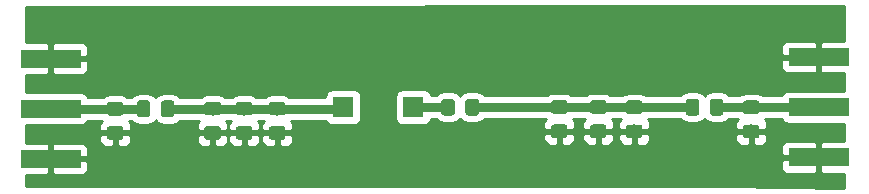
<source format=gbr>
G04 #@! TF.GenerationSoftware,KiCad,Pcbnew,(6.0.0-rc1-dev-305-gf0b8b21)*
G04 #@! TF.CreationDate,2020-01-19T18:47:02-08:00*
G04 #@! TF.ProjectId,29.4MHz_Bandpass_Filter_Rev1,32392E344D487A5F42616E6470617373,rev?*
G04 #@! TF.SameCoordinates,Original*
G04 #@! TF.FileFunction,Copper,L1,Top,Signal*
G04 #@! TF.FilePolarity,Positive*
%FSLAX46Y46*%
G04 Gerber Fmt 4.6, Leading zero omitted, Abs format (unit mm)*
G04 Created by KiCad (PCBNEW (6.0.0-rc1-dev-305-gf0b8b21)) date Sunday, January 19, 2020 at 06:47:02 PM*
%MOMM*%
%LPD*%
G01*
G04 APERTURE LIST*
G04 #@! TA.AperFunction,Conductor*
%ADD10C,0.100000*%
G04 #@! TD*
G04 #@! TA.AperFunction,SMDPad,CuDef*
%ADD11C,1.150000*%
G04 #@! TD*
G04 #@! TA.AperFunction,SMDPad,CuDef*
%ADD12R,1.778000X1.778000*%
G04 #@! TD*
G04 #@! TA.AperFunction,SMDPad,CuDef*
%ADD13R,5.080000X1.500000*%
G04 #@! TD*
G04 #@! TA.AperFunction,Conductor*
%ADD14C,0.250000*%
G04 #@! TD*
G04 #@! TA.AperFunction,Conductor*
%ADD15C,0.762000*%
G04 #@! TD*
G04 #@! TA.AperFunction,Conductor*
%ADD16C,0.254000*%
G04 #@! TD*
G04 APERTURE END LIST*
D10*
G04 #@! TO.N,Net-(C1-Pad1)*
G04 #@! TO.C,C1*
G36*
X121251505Y-55678204D02*
X121275773Y-55681804D01*
X121299572Y-55687765D01*
X121322671Y-55696030D01*
X121344850Y-55706520D01*
X121365893Y-55719132D01*
X121385599Y-55733747D01*
X121403777Y-55750223D01*
X121420253Y-55768401D01*
X121434868Y-55788107D01*
X121447480Y-55809150D01*
X121457970Y-55831329D01*
X121466235Y-55854428D01*
X121472196Y-55878227D01*
X121475796Y-55902495D01*
X121477000Y-55926999D01*
X121477000Y-56577001D01*
X121475796Y-56601505D01*
X121472196Y-56625773D01*
X121466235Y-56649572D01*
X121457970Y-56672671D01*
X121447480Y-56694850D01*
X121434868Y-56715893D01*
X121420253Y-56735599D01*
X121403777Y-56753777D01*
X121385599Y-56770253D01*
X121365893Y-56784868D01*
X121344850Y-56797480D01*
X121322671Y-56807970D01*
X121299572Y-56816235D01*
X121275773Y-56822196D01*
X121251505Y-56825796D01*
X121227001Y-56827000D01*
X120326999Y-56827000D01*
X120302495Y-56825796D01*
X120278227Y-56822196D01*
X120254428Y-56816235D01*
X120231329Y-56807970D01*
X120209150Y-56797480D01*
X120188107Y-56784868D01*
X120168401Y-56770253D01*
X120150223Y-56753777D01*
X120133747Y-56735599D01*
X120119132Y-56715893D01*
X120106520Y-56694850D01*
X120096030Y-56672671D01*
X120087765Y-56649572D01*
X120081804Y-56625773D01*
X120078204Y-56601505D01*
X120077000Y-56577001D01*
X120077000Y-55926999D01*
X120078204Y-55902495D01*
X120081804Y-55878227D01*
X120087765Y-55854428D01*
X120096030Y-55831329D01*
X120106520Y-55809150D01*
X120119132Y-55788107D01*
X120133747Y-55768401D01*
X120150223Y-55750223D01*
X120168401Y-55733747D01*
X120188107Y-55719132D01*
X120209150Y-55706520D01*
X120231329Y-55696030D01*
X120254428Y-55687765D01*
X120278227Y-55681804D01*
X120302495Y-55678204D01*
X120326999Y-55677000D01*
X121227001Y-55677000D01*
X121251505Y-55678204D01*
X121251505Y-55678204D01*
G37*
D11*
G04 #@! TD*
G04 #@! TO.P,C1,1*
G04 #@! TO.N,Net-(C1-Pad1)*
X120777000Y-56252000D03*
D10*
G04 #@! TO.N,GND*
G04 #@! TO.C,C1*
G36*
X121251505Y-57728204D02*
X121275773Y-57731804D01*
X121299572Y-57737765D01*
X121322671Y-57746030D01*
X121344850Y-57756520D01*
X121365893Y-57769132D01*
X121385599Y-57783747D01*
X121403777Y-57800223D01*
X121420253Y-57818401D01*
X121434868Y-57838107D01*
X121447480Y-57859150D01*
X121457970Y-57881329D01*
X121466235Y-57904428D01*
X121472196Y-57928227D01*
X121475796Y-57952495D01*
X121477000Y-57976999D01*
X121477000Y-58627001D01*
X121475796Y-58651505D01*
X121472196Y-58675773D01*
X121466235Y-58699572D01*
X121457970Y-58722671D01*
X121447480Y-58744850D01*
X121434868Y-58765893D01*
X121420253Y-58785599D01*
X121403777Y-58803777D01*
X121385599Y-58820253D01*
X121365893Y-58834868D01*
X121344850Y-58847480D01*
X121322671Y-58857970D01*
X121299572Y-58866235D01*
X121275773Y-58872196D01*
X121251505Y-58875796D01*
X121227001Y-58877000D01*
X120326999Y-58877000D01*
X120302495Y-58875796D01*
X120278227Y-58872196D01*
X120254428Y-58866235D01*
X120231329Y-58857970D01*
X120209150Y-58847480D01*
X120188107Y-58834868D01*
X120168401Y-58820253D01*
X120150223Y-58803777D01*
X120133747Y-58785599D01*
X120119132Y-58765893D01*
X120106520Y-58744850D01*
X120096030Y-58722671D01*
X120087765Y-58699572D01*
X120081804Y-58675773D01*
X120078204Y-58651505D01*
X120077000Y-58627001D01*
X120077000Y-57976999D01*
X120078204Y-57952495D01*
X120081804Y-57928227D01*
X120087765Y-57904428D01*
X120096030Y-57881329D01*
X120106520Y-57859150D01*
X120119132Y-57838107D01*
X120133747Y-57818401D01*
X120150223Y-57800223D01*
X120168401Y-57783747D01*
X120188107Y-57769132D01*
X120209150Y-57756520D01*
X120231329Y-57746030D01*
X120254428Y-57737765D01*
X120278227Y-57731804D01*
X120302495Y-57728204D01*
X120326999Y-57727000D01*
X121227001Y-57727000D01*
X121251505Y-57728204D01*
X121251505Y-57728204D01*
G37*
D11*
G04 #@! TD*
G04 #@! TO.P,C1,2*
G04 #@! TO.N,GND*
X120777000Y-58302000D03*
D10*
G04 #@! TO.N,GND*
G04 #@! TO.C,C2*
G36*
X124045505Y-57728204D02*
X124069773Y-57731804D01*
X124093572Y-57737765D01*
X124116671Y-57746030D01*
X124138850Y-57756520D01*
X124159893Y-57769132D01*
X124179599Y-57783747D01*
X124197777Y-57800223D01*
X124214253Y-57818401D01*
X124228868Y-57838107D01*
X124241480Y-57859150D01*
X124251970Y-57881329D01*
X124260235Y-57904428D01*
X124266196Y-57928227D01*
X124269796Y-57952495D01*
X124271000Y-57976999D01*
X124271000Y-58627001D01*
X124269796Y-58651505D01*
X124266196Y-58675773D01*
X124260235Y-58699572D01*
X124251970Y-58722671D01*
X124241480Y-58744850D01*
X124228868Y-58765893D01*
X124214253Y-58785599D01*
X124197777Y-58803777D01*
X124179599Y-58820253D01*
X124159893Y-58834868D01*
X124138850Y-58847480D01*
X124116671Y-58857970D01*
X124093572Y-58866235D01*
X124069773Y-58872196D01*
X124045505Y-58875796D01*
X124021001Y-58877000D01*
X123120999Y-58877000D01*
X123096495Y-58875796D01*
X123072227Y-58872196D01*
X123048428Y-58866235D01*
X123025329Y-58857970D01*
X123003150Y-58847480D01*
X122982107Y-58834868D01*
X122962401Y-58820253D01*
X122944223Y-58803777D01*
X122927747Y-58785599D01*
X122913132Y-58765893D01*
X122900520Y-58744850D01*
X122890030Y-58722671D01*
X122881765Y-58699572D01*
X122875804Y-58675773D01*
X122872204Y-58651505D01*
X122871000Y-58627001D01*
X122871000Y-57976999D01*
X122872204Y-57952495D01*
X122875804Y-57928227D01*
X122881765Y-57904428D01*
X122890030Y-57881329D01*
X122900520Y-57859150D01*
X122913132Y-57838107D01*
X122927747Y-57818401D01*
X122944223Y-57800223D01*
X122962401Y-57783747D01*
X122982107Y-57769132D01*
X123003150Y-57756520D01*
X123025329Y-57746030D01*
X123048428Y-57737765D01*
X123072227Y-57731804D01*
X123096495Y-57728204D01*
X123120999Y-57727000D01*
X124021001Y-57727000D01*
X124045505Y-57728204D01*
X124045505Y-57728204D01*
G37*
D11*
G04 #@! TD*
G04 #@! TO.P,C2,2*
G04 #@! TO.N,GND*
X123571000Y-58302000D03*
D10*
G04 #@! TO.N,Net-(C1-Pad1)*
G04 #@! TO.C,C2*
G36*
X124045505Y-55678204D02*
X124069773Y-55681804D01*
X124093572Y-55687765D01*
X124116671Y-55696030D01*
X124138850Y-55706520D01*
X124159893Y-55719132D01*
X124179599Y-55733747D01*
X124197777Y-55750223D01*
X124214253Y-55768401D01*
X124228868Y-55788107D01*
X124241480Y-55809150D01*
X124251970Y-55831329D01*
X124260235Y-55854428D01*
X124266196Y-55878227D01*
X124269796Y-55902495D01*
X124271000Y-55926999D01*
X124271000Y-56577001D01*
X124269796Y-56601505D01*
X124266196Y-56625773D01*
X124260235Y-56649572D01*
X124251970Y-56672671D01*
X124241480Y-56694850D01*
X124228868Y-56715893D01*
X124214253Y-56735599D01*
X124197777Y-56753777D01*
X124179599Y-56770253D01*
X124159893Y-56784868D01*
X124138850Y-56797480D01*
X124116671Y-56807970D01*
X124093572Y-56816235D01*
X124069773Y-56822196D01*
X124045505Y-56825796D01*
X124021001Y-56827000D01*
X123120999Y-56827000D01*
X123096495Y-56825796D01*
X123072227Y-56822196D01*
X123048428Y-56816235D01*
X123025329Y-56807970D01*
X123003150Y-56797480D01*
X122982107Y-56784868D01*
X122962401Y-56770253D01*
X122944223Y-56753777D01*
X122927747Y-56735599D01*
X122913132Y-56715893D01*
X122900520Y-56694850D01*
X122890030Y-56672671D01*
X122881765Y-56649572D01*
X122875804Y-56625773D01*
X122872204Y-56601505D01*
X122871000Y-56577001D01*
X122871000Y-55926999D01*
X122872204Y-55902495D01*
X122875804Y-55878227D01*
X122881765Y-55854428D01*
X122890030Y-55831329D01*
X122900520Y-55809150D01*
X122913132Y-55788107D01*
X122927747Y-55768401D01*
X122944223Y-55750223D01*
X122962401Y-55733747D01*
X122982107Y-55719132D01*
X123003150Y-55706520D01*
X123025329Y-55696030D01*
X123048428Y-55687765D01*
X123072227Y-55681804D01*
X123096495Y-55678204D01*
X123120999Y-55677000D01*
X124021001Y-55677000D01*
X124045505Y-55678204D01*
X124045505Y-55678204D01*
G37*
D11*
G04 #@! TD*
G04 #@! TO.P,C2,1*
G04 #@! TO.N,Net-(C1-Pad1)*
X123571000Y-56252000D03*
D12*
G04 #@! TO.P,C3,1*
G04 #@! TO.N,Net-(C3-Pad1)*
X135094472Y-56134000D03*
G04 #@! TO.P,C3,2*
G04 #@! TO.N,Net-(C1-Pad1)*
X129159000Y-56134000D03*
G04 #@! TD*
D10*
G04 #@! TO.N,GND*
G04 #@! TO.C,C4*
G36*
X147921505Y-57592204D02*
X147945773Y-57595804D01*
X147969572Y-57601765D01*
X147992671Y-57610030D01*
X148014850Y-57620520D01*
X148035893Y-57633132D01*
X148055599Y-57647747D01*
X148073777Y-57664223D01*
X148090253Y-57682401D01*
X148104868Y-57702107D01*
X148117480Y-57723150D01*
X148127970Y-57745329D01*
X148136235Y-57768428D01*
X148142196Y-57792227D01*
X148145796Y-57816495D01*
X148147000Y-57840999D01*
X148147000Y-58491001D01*
X148145796Y-58515505D01*
X148142196Y-58539773D01*
X148136235Y-58563572D01*
X148127970Y-58586671D01*
X148117480Y-58608850D01*
X148104868Y-58629893D01*
X148090253Y-58649599D01*
X148073777Y-58667777D01*
X148055599Y-58684253D01*
X148035893Y-58698868D01*
X148014850Y-58711480D01*
X147992671Y-58721970D01*
X147969572Y-58730235D01*
X147945773Y-58736196D01*
X147921505Y-58739796D01*
X147897001Y-58741000D01*
X146996999Y-58741000D01*
X146972495Y-58739796D01*
X146948227Y-58736196D01*
X146924428Y-58730235D01*
X146901329Y-58721970D01*
X146879150Y-58711480D01*
X146858107Y-58698868D01*
X146838401Y-58684253D01*
X146820223Y-58667777D01*
X146803747Y-58649599D01*
X146789132Y-58629893D01*
X146776520Y-58608850D01*
X146766030Y-58586671D01*
X146757765Y-58563572D01*
X146751804Y-58539773D01*
X146748204Y-58515505D01*
X146747000Y-58491001D01*
X146747000Y-57840999D01*
X146748204Y-57816495D01*
X146751804Y-57792227D01*
X146757765Y-57768428D01*
X146766030Y-57745329D01*
X146776520Y-57723150D01*
X146789132Y-57702107D01*
X146803747Y-57682401D01*
X146820223Y-57664223D01*
X146838401Y-57647747D01*
X146858107Y-57633132D01*
X146879150Y-57620520D01*
X146901329Y-57610030D01*
X146924428Y-57601765D01*
X146948227Y-57595804D01*
X146972495Y-57592204D01*
X146996999Y-57591000D01*
X147897001Y-57591000D01*
X147921505Y-57592204D01*
X147921505Y-57592204D01*
G37*
D11*
G04 #@! TD*
G04 #@! TO.P,C4,1*
G04 #@! TO.N,GND*
X147447000Y-58166000D03*
D10*
G04 #@! TO.N,Net-(C4-Pad2)*
G04 #@! TO.C,C4*
G36*
X147921505Y-55542204D02*
X147945773Y-55545804D01*
X147969572Y-55551765D01*
X147992671Y-55560030D01*
X148014850Y-55570520D01*
X148035893Y-55583132D01*
X148055599Y-55597747D01*
X148073777Y-55614223D01*
X148090253Y-55632401D01*
X148104868Y-55652107D01*
X148117480Y-55673150D01*
X148127970Y-55695329D01*
X148136235Y-55718428D01*
X148142196Y-55742227D01*
X148145796Y-55766495D01*
X148147000Y-55790999D01*
X148147000Y-56441001D01*
X148145796Y-56465505D01*
X148142196Y-56489773D01*
X148136235Y-56513572D01*
X148127970Y-56536671D01*
X148117480Y-56558850D01*
X148104868Y-56579893D01*
X148090253Y-56599599D01*
X148073777Y-56617777D01*
X148055599Y-56634253D01*
X148035893Y-56648868D01*
X148014850Y-56661480D01*
X147992671Y-56671970D01*
X147969572Y-56680235D01*
X147945773Y-56686196D01*
X147921505Y-56689796D01*
X147897001Y-56691000D01*
X146996999Y-56691000D01*
X146972495Y-56689796D01*
X146948227Y-56686196D01*
X146924428Y-56680235D01*
X146901329Y-56671970D01*
X146879150Y-56661480D01*
X146858107Y-56648868D01*
X146838401Y-56634253D01*
X146820223Y-56617777D01*
X146803747Y-56599599D01*
X146789132Y-56579893D01*
X146776520Y-56558850D01*
X146766030Y-56536671D01*
X146757765Y-56513572D01*
X146751804Y-56489773D01*
X146748204Y-56465505D01*
X146747000Y-56441001D01*
X146747000Y-55790999D01*
X146748204Y-55766495D01*
X146751804Y-55742227D01*
X146757765Y-55718428D01*
X146766030Y-55695329D01*
X146776520Y-55673150D01*
X146789132Y-55652107D01*
X146803747Y-55632401D01*
X146820223Y-55614223D01*
X146838401Y-55597747D01*
X146858107Y-55583132D01*
X146879150Y-55570520D01*
X146901329Y-55560030D01*
X146924428Y-55551765D01*
X146948227Y-55545804D01*
X146972495Y-55542204D01*
X146996999Y-55541000D01*
X147897001Y-55541000D01*
X147921505Y-55542204D01*
X147921505Y-55542204D01*
G37*
D11*
G04 #@! TD*
G04 #@! TO.P,C4,2*
G04 #@! TO.N,Net-(C4-Pad2)*
X147447000Y-56116000D03*
D10*
G04 #@! TO.N,GND*
G04 #@! TO.C,C5*
G36*
X151223505Y-57592204D02*
X151247773Y-57595804D01*
X151271572Y-57601765D01*
X151294671Y-57610030D01*
X151316850Y-57620520D01*
X151337893Y-57633132D01*
X151357599Y-57647747D01*
X151375777Y-57664223D01*
X151392253Y-57682401D01*
X151406868Y-57702107D01*
X151419480Y-57723150D01*
X151429970Y-57745329D01*
X151438235Y-57768428D01*
X151444196Y-57792227D01*
X151447796Y-57816495D01*
X151449000Y-57840999D01*
X151449000Y-58491001D01*
X151447796Y-58515505D01*
X151444196Y-58539773D01*
X151438235Y-58563572D01*
X151429970Y-58586671D01*
X151419480Y-58608850D01*
X151406868Y-58629893D01*
X151392253Y-58649599D01*
X151375777Y-58667777D01*
X151357599Y-58684253D01*
X151337893Y-58698868D01*
X151316850Y-58711480D01*
X151294671Y-58721970D01*
X151271572Y-58730235D01*
X151247773Y-58736196D01*
X151223505Y-58739796D01*
X151199001Y-58741000D01*
X150298999Y-58741000D01*
X150274495Y-58739796D01*
X150250227Y-58736196D01*
X150226428Y-58730235D01*
X150203329Y-58721970D01*
X150181150Y-58711480D01*
X150160107Y-58698868D01*
X150140401Y-58684253D01*
X150122223Y-58667777D01*
X150105747Y-58649599D01*
X150091132Y-58629893D01*
X150078520Y-58608850D01*
X150068030Y-58586671D01*
X150059765Y-58563572D01*
X150053804Y-58539773D01*
X150050204Y-58515505D01*
X150049000Y-58491001D01*
X150049000Y-57840999D01*
X150050204Y-57816495D01*
X150053804Y-57792227D01*
X150059765Y-57768428D01*
X150068030Y-57745329D01*
X150078520Y-57723150D01*
X150091132Y-57702107D01*
X150105747Y-57682401D01*
X150122223Y-57664223D01*
X150140401Y-57647747D01*
X150160107Y-57633132D01*
X150181150Y-57620520D01*
X150203329Y-57610030D01*
X150226428Y-57601765D01*
X150250227Y-57595804D01*
X150274495Y-57592204D01*
X150298999Y-57591000D01*
X151199001Y-57591000D01*
X151223505Y-57592204D01*
X151223505Y-57592204D01*
G37*
D11*
G04 #@! TD*
G04 #@! TO.P,C5,2*
G04 #@! TO.N,GND*
X150749000Y-58166000D03*
D10*
G04 #@! TO.N,Net-(C4-Pad2)*
G04 #@! TO.C,C5*
G36*
X151223505Y-55542204D02*
X151247773Y-55545804D01*
X151271572Y-55551765D01*
X151294671Y-55560030D01*
X151316850Y-55570520D01*
X151337893Y-55583132D01*
X151357599Y-55597747D01*
X151375777Y-55614223D01*
X151392253Y-55632401D01*
X151406868Y-55652107D01*
X151419480Y-55673150D01*
X151429970Y-55695329D01*
X151438235Y-55718428D01*
X151444196Y-55742227D01*
X151447796Y-55766495D01*
X151449000Y-55790999D01*
X151449000Y-56441001D01*
X151447796Y-56465505D01*
X151444196Y-56489773D01*
X151438235Y-56513572D01*
X151429970Y-56536671D01*
X151419480Y-56558850D01*
X151406868Y-56579893D01*
X151392253Y-56599599D01*
X151375777Y-56617777D01*
X151357599Y-56634253D01*
X151337893Y-56648868D01*
X151316850Y-56661480D01*
X151294671Y-56671970D01*
X151271572Y-56680235D01*
X151247773Y-56686196D01*
X151223505Y-56689796D01*
X151199001Y-56691000D01*
X150298999Y-56691000D01*
X150274495Y-56689796D01*
X150250227Y-56686196D01*
X150226428Y-56680235D01*
X150203329Y-56671970D01*
X150181150Y-56661480D01*
X150160107Y-56648868D01*
X150140401Y-56634253D01*
X150122223Y-56617777D01*
X150105747Y-56599599D01*
X150091132Y-56579893D01*
X150078520Y-56558850D01*
X150068030Y-56536671D01*
X150059765Y-56513572D01*
X150053804Y-56489773D01*
X150050204Y-56465505D01*
X150049000Y-56441001D01*
X150049000Y-55790999D01*
X150050204Y-55766495D01*
X150053804Y-55742227D01*
X150059765Y-55718428D01*
X150068030Y-55695329D01*
X150078520Y-55673150D01*
X150091132Y-55652107D01*
X150105747Y-55632401D01*
X150122223Y-55614223D01*
X150140401Y-55597747D01*
X150160107Y-55583132D01*
X150181150Y-55570520D01*
X150203329Y-55560030D01*
X150226428Y-55551765D01*
X150250227Y-55545804D01*
X150274495Y-55542204D01*
X150298999Y-55541000D01*
X151199001Y-55541000D01*
X151223505Y-55542204D01*
X151223505Y-55542204D01*
G37*
D11*
G04 #@! TD*
G04 #@! TO.P,C5,1*
G04 #@! TO.N,Net-(C4-Pad2)*
X150749000Y-56116000D03*
D13*
G04 #@! TO.P,J1,1*
G04 #@! TO.N,Net-(C6-Pad1)*
X104394000Y-56261000D03*
G04 #@! TO.P,J1,2*
G04 #@! TO.N,GND*
X104394000Y-60511000D03*
X104394000Y-52011000D03*
G04 #@! TD*
G04 #@! TO.P,J2,2*
G04 #@! TO.N,GND*
X169418000Y-60384000D03*
X169418000Y-51884000D03*
G04 #@! TO.P,J2,1*
G04 #@! TO.N,Net-(C7-Pad1)*
X169418000Y-56134000D03*
G04 #@! TD*
D10*
G04 #@! TO.N,GND*
G04 #@! TO.C,L1*
G36*
X118575505Y-57728204D02*
X118599773Y-57731804D01*
X118623572Y-57737765D01*
X118646671Y-57746030D01*
X118668850Y-57756520D01*
X118689893Y-57769132D01*
X118709599Y-57783747D01*
X118727777Y-57800223D01*
X118744253Y-57818401D01*
X118758868Y-57838107D01*
X118771480Y-57859150D01*
X118781970Y-57881329D01*
X118790235Y-57904428D01*
X118796196Y-57928227D01*
X118799796Y-57952495D01*
X118801000Y-57976999D01*
X118801000Y-58627001D01*
X118799796Y-58651505D01*
X118796196Y-58675773D01*
X118790235Y-58699572D01*
X118781970Y-58722671D01*
X118771480Y-58744850D01*
X118758868Y-58765893D01*
X118744253Y-58785599D01*
X118727777Y-58803777D01*
X118709599Y-58820253D01*
X118689893Y-58834868D01*
X118668850Y-58847480D01*
X118646671Y-58857970D01*
X118623572Y-58866235D01*
X118599773Y-58872196D01*
X118575505Y-58875796D01*
X118551001Y-58877000D01*
X117650999Y-58877000D01*
X117626495Y-58875796D01*
X117602227Y-58872196D01*
X117578428Y-58866235D01*
X117555329Y-58857970D01*
X117533150Y-58847480D01*
X117512107Y-58834868D01*
X117492401Y-58820253D01*
X117474223Y-58803777D01*
X117457747Y-58785599D01*
X117443132Y-58765893D01*
X117430520Y-58744850D01*
X117420030Y-58722671D01*
X117411765Y-58699572D01*
X117405804Y-58675773D01*
X117402204Y-58651505D01*
X117401000Y-58627001D01*
X117401000Y-57976999D01*
X117402204Y-57952495D01*
X117405804Y-57928227D01*
X117411765Y-57904428D01*
X117420030Y-57881329D01*
X117430520Y-57859150D01*
X117443132Y-57838107D01*
X117457747Y-57818401D01*
X117474223Y-57800223D01*
X117492401Y-57783747D01*
X117512107Y-57769132D01*
X117533150Y-57756520D01*
X117555329Y-57746030D01*
X117578428Y-57737765D01*
X117602227Y-57731804D01*
X117626495Y-57728204D01*
X117650999Y-57727000D01*
X118551001Y-57727000D01*
X118575505Y-57728204D01*
X118575505Y-57728204D01*
G37*
D11*
G04 #@! TD*
G04 #@! TO.P,L1,2*
G04 #@! TO.N,GND*
X118101000Y-58302000D03*
D10*
G04 #@! TO.N,Net-(C1-Pad1)*
G04 #@! TO.C,L1*
G36*
X118575505Y-55678204D02*
X118599773Y-55681804D01*
X118623572Y-55687765D01*
X118646671Y-55696030D01*
X118668850Y-55706520D01*
X118689893Y-55719132D01*
X118709599Y-55733747D01*
X118727777Y-55750223D01*
X118744253Y-55768401D01*
X118758868Y-55788107D01*
X118771480Y-55809150D01*
X118781970Y-55831329D01*
X118790235Y-55854428D01*
X118796196Y-55878227D01*
X118799796Y-55902495D01*
X118801000Y-55926999D01*
X118801000Y-56577001D01*
X118799796Y-56601505D01*
X118796196Y-56625773D01*
X118790235Y-56649572D01*
X118781970Y-56672671D01*
X118771480Y-56694850D01*
X118758868Y-56715893D01*
X118744253Y-56735599D01*
X118727777Y-56753777D01*
X118709599Y-56770253D01*
X118689893Y-56784868D01*
X118668850Y-56797480D01*
X118646671Y-56807970D01*
X118623572Y-56816235D01*
X118599773Y-56822196D01*
X118575505Y-56825796D01*
X118551001Y-56827000D01*
X117650999Y-56827000D01*
X117626495Y-56825796D01*
X117602227Y-56822196D01*
X117578428Y-56816235D01*
X117555329Y-56807970D01*
X117533150Y-56797480D01*
X117512107Y-56784868D01*
X117492401Y-56770253D01*
X117474223Y-56753777D01*
X117457747Y-56735599D01*
X117443132Y-56715893D01*
X117430520Y-56694850D01*
X117420030Y-56672671D01*
X117411765Y-56649572D01*
X117405804Y-56625773D01*
X117402204Y-56601505D01*
X117401000Y-56577001D01*
X117401000Y-55926999D01*
X117402204Y-55902495D01*
X117405804Y-55878227D01*
X117411765Y-55854428D01*
X117420030Y-55831329D01*
X117430520Y-55809150D01*
X117443132Y-55788107D01*
X117457747Y-55768401D01*
X117474223Y-55750223D01*
X117492401Y-55733747D01*
X117512107Y-55719132D01*
X117533150Y-55706520D01*
X117555329Y-55696030D01*
X117578428Y-55687765D01*
X117602227Y-55681804D01*
X117626495Y-55678204D01*
X117650999Y-55677000D01*
X118551001Y-55677000D01*
X118575505Y-55678204D01*
X118575505Y-55678204D01*
G37*
D11*
G04 #@! TD*
G04 #@! TO.P,L1,1*
G04 #@! TO.N,Net-(C1-Pad1)*
X118101000Y-56252000D03*
D10*
G04 #@! TO.N,Net-(C3-Pad1)*
G04 #@! TO.C,L2*
G36*
X138380505Y-55435204D02*
X138404773Y-55438804D01*
X138428572Y-55444765D01*
X138451671Y-55453030D01*
X138473850Y-55463520D01*
X138494893Y-55476132D01*
X138514599Y-55490747D01*
X138532777Y-55507223D01*
X138549253Y-55525401D01*
X138563868Y-55545107D01*
X138576480Y-55566150D01*
X138586970Y-55588329D01*
X138595235Y-55611428D01*
X138601196Y-55635227D01*
X138604796Y-55659495D01*
X138606000Y-55683999D01*
X138606000Y-56584001D01*
X138604796Y-56608505D01*
X138601196Y-56632773D01*
X138595235Y-56656572D01*
X138586970Y-56679671D01*
X138576480Y-56701850D01*
X138563868Y-56722893D01*
X138549253Y-56742599D01*
X138532777Y-56760777D01*
X138514599Y-56777253D01*
X138494893Y-56791868D01*
X138473850Y-56804480D01*
X138451671Y-56814970D01*
X138428572Y-56823235D01*
X138404773Y-56829196D01*
X138380505Y-56832796D01*
X138356001Y-56834000D01*
X137705999Y-56834000D01*
X137681495Y-56832796D01*
X137657227Y-56829196D01*
X137633428Y-56823235D01*
X137610329Y-56814970D01*
X137588150Y-56804480D01*
X137567107Y-56791868D01*
X137547401Y-56777253D01*
X137529223Y-56760777D01*
X137512747Y-56742599D01*
X137498132Y-56722893D01*
X137485520Y-56701850D01*
X137475030Y-56679671D01*
X137466765Y-56656572D01*
X137460804Y-56632773D01*
X137457204Y-56608505D01*
X137456000Y-56584001D01*
X137456000Y-55683999D01*
X137457204Y-55659495D01*
X137460804Y-55635227D01*
X137466765Y-55611428D01*
X137475030Y-55588329D01*
X137485520Y-55566150D01*
X137498132Y-55545107D01*
X137512747Y-55525401D01*
X137529223Y-55507223D01*
X137547401Y-55490747D01*
X137567107Y-55476132D01*
X137588150Y-55463520D01*
X137610329Y-55453030D01*
X137633428Y-55444765D01*
X137657227Y-55438804D01*
X137681495Y-55435204D01*
X137705999Y-55434000D01*
X138356001Y-55434000D01*
X138380505Y-55435204D01*
X138380505Y-55435204D01*
G37*
D11*
G04 #@! TD*
G04 #@! TO.P,L2,1*
G04 #@! TO.N,Net-(C3-Pad1)*
X138031000Y-56134000D03*
D10*
G04 #@! TO.N,Net-(C4-Pad2)*
G04 #@! TO.C,L2*
G36*
X140430505Y-55435204D02*
X140454773Y-55438804D01*
X140478572Y-55444765D01*
X140501671Y-55453030D01*
X140523850Y-55463520D01*
X140544893Y-55476132D01*
X140564599Y-55490747D01*
X140582777Y-55507223D01*
X140599253Y-55525401D01*
X140613868Y-55545107D01*
X140626480Y-55566150D01*
X140636970Y-55588329D01*
X140645235Y-55611428D01*
X140651196Y-55635227D01*
X140654796Y-55659495D01*
X140656000Y-55683999D01*
X140656000Y-56584001D01*
X140654796Y-56608505D01*
X140651196Y-56632773D01*
X140645235Y-56656572D01*
X140636970Y-56679671D01*
X140626480Y-56701850D01*
X140613868Y-56722893D01*
X140599253Y-56742599D01*
X140582777Y-56760777D01*
X140564599Y-56777253D01*
X140544893Y-56791868D01*
X140523850Y-56804480D01*
X140501671Y-56814970D01*
X140478572Y-56823235D01*
X140454773Y-56829196D01*
X140430505Y-56832796D01*
X140406001Y-56834000D01*
X139755999Y-56834000D01*
X139731495Y-56832796D01*
X139707227Y-56829196D01*
X139683428Y-56823235D01*
X139660329Y-56814970D01*
X139638150Y-56804480D01*
X139617107Y-56791868D01*
X139597401Y-56777253D01*
X139579223Y-56760777D01*
X139562747Y-56742599D01*
X139548132Y-56722893D01*
X139535520Y-56701850D01*
X139525030Y-56679671D01*
X139516765Y-56656572D01*
X139510804Y-56632773D01*
X139507204Y-56608505D01*
X139506000Y-56584001D01*
X139506000Y-55683999D01*
X139507204Y-55659495D01*
X139510804Y-55635227D01*
X139516765Y-55611428D01*
X139525030Y-55588329D01*
X139535520Y-55566150D01*
X139548132Y-55545107D01*
X139562747Y-55525401D01*
X139579223Y-55507223D01*
X139597401Y-55490747D01*
X139617107Y-55476132D01*
X139638150Y-55463520D01*
X139660329Y-55453030D01*
X139683428Y-55444765D01*
X139707227Y-55438804D01*
X139731495Y-55435204D01*
X139755999Y-55434000D01*
X140406001Y-55434000D01*
X140430505Y-55435204D01*
X140430505Y-55435204D01*
G37*
D11*
G04 #@! TD*
G04 #@! TO.P,L2,2*
G04 #@! TO.N,Net-(C4-Pad2)*
X140081000Y-56134000D03*
D10*
G04 #@! TO.N,Net-(C4-Pad2)*
G04 #@! TO.C,L3*
G36*
X154271505Y-55551204D02*
X154295773Y-55554804D01*
X154319572Y-55560765D01*
X154342671Y-55569030D01*
X154364850Y-55579520D01*
X154385893Y-55592132D01*
X154405599Y-55606747D01*
X154423777Y-55623223D01*
X154440253Y-55641401D01*
X154454868Y-55661107D01*
X154467480Y-55682150D01*
X154477970Y-55704329D01*
X154486235Y-55727428D01*
X154492196Y-55751227D01*
X154495796Y-55775495D01*
X154497000Y-55799999D01*
X154497000Y-56450001D01*
X154495796Y-56474505D01*
X154492196Y-56498773D01*
X154486235Y-56522572D01*
X154477970Y-56545671D01*
X154467480Y-56567850D01*
X154454868Y-56588893D01*
X154440253Y-56608599D01*
X154423777Y-56626777D01*
X154405599Y-56643253D01*
X154385893Y-56657868D01*
X154364850Y-56670480D01*
X154342671Y-56680970D01*
X154319572Y-56689235D01*
X154295773Y-56695196D01*
X154271505Y-56698796D01*
X154247001Y-56700000D01*
X153346999Y-56700000D01*
X153322495Y-56698796D01*
X153298227Y-56695196D01*
X153274428Y-56689235D01*
X153251329Y-56680970D01*
X153229150Y-56670480D01*
X153208107Y-56657868D01*
X153188401Y-56643253D01*
X153170223Y-56626777D01*
X153153747Y-56608599D01*
X153139132Y-56588893D01*
X153126520Y-56567850D01*
X153116030Y-56545671D01*
X153107765Y-56522572D01*
X153101804Y-56498773D01*
X153098204Y-56474505D01*
X153097000Y-56450001D01*
X153097000Y-55799999D01*
X153098204Y-55775495D01*
X153101804Y-55751227D01*
X153107765Y-55727428D01*
X153116030Y-55704329D01*
X153126520Y-55682150D01*
X153139132Y-55661107D01*
X153153747Y-55641401D01*
X153170223Y-55623223D01*
X153188401Y-55606747D01*
X153208107Y-55592132D01*
X153229150Y-55579520D01*
X153251329Y-55569030D01*
X153274428Y-55560765D01*
X153298227Y-55554804D01*
X153322495Y-55551204D01*
X153346999Y-55550000D01*
X154247001Y-55550000D01*
X154271505Y-55551204D01*
X154271505Y-55551204D01*
G37*
D11*
G04 #@! TD*
G04 #@! TO.P,L3,1*
G04 #@! TO.N,Net-(C4-Pad2)*
X153797000Y-56125000D03*
D10*
G04 #@! TO.N,GND*
G04 #@! TO.C,L3*
G36*
X154271505Y-57601204D02*
X154295773Y-57604804D01*
X154319572Y-57610765D01*
X154342671Y-57619030D01*
X154364850Y-57629520D01*
X154385893Y-57642132D01*
X154405599Y-57656747D01*
X154423777Y-57673223D01*
X154440253Y-57691401D01*
X154454868Y-57711107D01*
X154467480Y-57732150D01*
X154477970Y-57754329D01*
X154486235Y-57777428D01*
X154492196Y-57801227D01*
X154495796Y-57825495D01*
X154497000Y-57849999D01*
X154497000Y-58500001D01*
X154495796Y-58524505D01*
X154492196Y-58548773D01*
X154486235Y-58572572D01*
X154477970Y-58595671D01*
X154467480Y-58617850D01*
X154454868Y-58638893D01*
X154440253Y-58658599D01*
X154423777Y-58676777D01*
X154405599Y-58693253D01*
X154385893Y-58707868D01*
X154364850Y-58720480D01*
X154342671Y-58730970D01*
X154319572Y-58739235D01*
X154295773Y-58745196D01*
X154271505Y-58748796D01*
X154247001Y-58750000D01*
X153346999Y-58750000D01*
X153322495Y-58748796D01*
X153298227Y-58745196D01*
X153274428Y-58739235D01*
X153251329Y-58730970D01*
X153229150Y-58720480D01*
X153208107Y-58707868D01*
X153188401Y-58693253D01*
X153170223Y-58676777D01*
X153153747Y-58658599D01*
X153139132Y-58638893D01*
X153126520Y-58617850D01*
X153116030Y-58595671D01*
X153107765Y-58572572D01*
X153101804Y-58548773D01*
X153098204Y-58524505D01*
X153097000Y-58500001D01*
X153097000Y-57849999D01*
X153098204Y-57825495D01*
X153101804Y-57801227D01*
X153107765Y-57777428D01*
X153116030Y-57754329D01*
X153126520Y-57732150D01*
X153139132Y-57711107D01*
X153153747Y-57691401D01*
X153170223Y-57673223D01*
X153188401Y-57656747D01*
X153208107Y-57642132D01*
X153229150Y-57629520D01*
X153251329Y-57619030D01*
X153274428Y-57610765D01*
X153298227Y-57604804D01*
X153322495Y-57601204D01*
X153346999Y-57600000D01*
X154247001Y-57600000D01*
X154271505Y-57601204D01*
X154271505Y-57601204D01*
G37*
D11*
G04 #@! TD*
G04 #@! TO.P,L3,2*
G04 #@! TO.N,GND*
X153797000Y-58175000D03*
D10*
G04 #@! TO.N,Net-(C6-Pad1)*
G04 #@! TO.C,C6*
G36*
X110329505Y-55687204D02*
X110353773Y-55690804D01*
X110377572Y-55696765D01*
X110400671Y-55705030D01*
X110422850Y-55715520D01*
X110443893Y-55728132D01*
X110463599Y-55742747D01*
X110481777Y-55759223D01*
X110498253Y-55777401D01*
X110512868Y-55797107D01*
X110525480Y-55818150D01*
X110535970Y-55840329D01*
X110544235Y-55863428D01*
X110550196Y-55887227D01*
X110553796Y-55911495D01*
X110555000Y-55935999D01*
X110555000Y-56586001D01*
X110553796Y-56610505D01*
X110550196Y-56634773D01*
X110544235Y-56658572D01*
X110535970Y-56681671D01*
X110525480Y-56703850D01*
X110512868Y-56724893D01*
X110498253Y-56744599D01*
X110481777Y-56762777D01*
X110463599Y-56779253D01*
X110443893Y-56793868D01*
X110422850Y-56806480D01*
X110400671Y-56816970D01*
X110377572Y-56825235D01*
X110353773Y-56831196D01*
X110329505Y-56834796D01*
X110305001Y-56836000D01*
X109404999Y-56836000D01*
X109380495Y-56834796D01*
X109356227Y-56831196D01*
X109332428Y-56825235D01*
X109309329Y-56816970D01*
X109287150Y-56806480D01*
X109266107Y-56793868D01*
X109246401Y-56779253D01*
X109228223Y-56762777D01*
X109211747Y-56744599D01*
X109197132Y-56724893D01*
X109184520Y-56703850D01*
X109174030Y-56681671D01*
X109165765Y-56658572D01*
X109159804Y-56634773D01*
X109156204Y-56610505D01*
X109155000Y-56586001D01*
X109155000Y-55935999D01*
X109156204Y-55911495D01*
X109159804Y-55887227D01*
X109165765Y-55863428D01*
X109174030Y-55840329D01*
X109184520Y-55818150D01*
X109197132Y-55797107D01*
X109211747Y-55777401D01*
X109228223Y-55759223D01*
X109246401Y-55742747D01*
X109266107Y-55728132D01*
X109287150Y-55715520D01*
X109309329Y-55705030D01*
X109332428Y-55696765D01*
X109356227Y-55690804D01*
X109380495Y-55687204D01*
X109404999Y-55686000D01*
X110305001Y-55686000D01*
X110329505Y-55687204D01*
X110329505Y-55687204D01*
G37*
D11*
G04 #@! TD*
G04 #@! TO.P,C6,1*
G04 #@! TO.N,Net-(C6-Pad1)*
X109855000Y-56261000D03*
D10*
G04 #@! TO.N,GND*
G04 #@! TO.C,C6*
G36*
X110329505Y-57737204D02*
X110353773Y-57740804D01*
X110377572Y-57746765D01*
X110400671Y-57755030D01*
X110422850Y-57765520D01*
X110443893Y-57778132D01*
X110463599Y-57792747D01*
X110481777Y-57809223D01*
X110498253Y-57827401D01*
X110512868Y-57847107D01*
X110525480Y-57868150D01*
X110535970Y-57890329D01*
X110544235Y-57913428D01*
X110550196Y-57937227D01*
X110553796Y-57961495D01*
X110555000Y-57985999D01*
X110555000Y-58636001D01*
X110553796Y-58660505D01*
X110550196Y-58684773D01*
X110544235Y-58708572D01*
X110535970Y-58731671D01*
X110525480Y-58753850D01*
X110512868Y-58774893D01*
X110498253Y-58794599D01*
X110481777Y-58812777D01*
X110463599Y-58829253D01*
X110443893Y-58843868D01*
X110422850Y-58856480D01*
X110400671Y-58866970D01*
X110377572Y-58875235D01*
X110353773Y-58881196D01*
X110329505Y-58884796D01*
X110305001Y-58886000D01*
X109404999Y-58886000D01*
X109380495Y-58884796D01*
X109356227Y-58881196D01*
X109332428Y-58875235D01*
X109309329Y-58866970D01*
X109287150Y-58856480D01*
X109266107Y-58843868D01*
X109246401Y-58829253D01*
X109228223Y-58812777D01*
X109211747Y-58794599D01*
X109197132Y-58774893D01*
X109184520Y-58753850D01*
X109174030Y-58731671D01*
X109165765Y-58708572D01*
X109159804Y-58684773D01*
X109156204Y-58660505D01*
X109155000Y-58636001D01*
X109155000Y-57985999D01*
X109156204Y-57961495D01*
X109159804Y-57937227D01*
X109165765Y-57913428D01*
X109174030Y-57890329D01*
X109184520Y-57868150D01*
X109197132Y-57847107D01*
X109211747Y-57827401D01*
X109228223Y-57809223D01*
X109246401Y-57792747D01*
X109266107Y-57778132D01*
X109287150Y-57765520D01*
X109309329Y-57755030D01*
X109332428Y-57746765D01*
X109356227Y-57740804D01*
X109380495Y-57737204D01*
X109404999Y-57736000D01*
X110305001Y-57736000D01*
X110329505Y-57737204D01*
X110329505Y-57737204D01*
G37*
D11*
G04 #@! TD*
G04 #@! TO.P,C6,2*
G04 #@! TO.N,GND*
X109855000Y-58311000D03*
D10*
G04 #@! TO.N,GND*
G04 #@! TO.C,C7*
G36*
X164177505Y-57610204D02*
X164201773Y-57613804D01*
X164225572Y-57619765D01*
X164248671Y-57628030D01*
X164270850Y-57638520D01*
X164291893Y-57651132D01*
X164311599Y-57665747D01*
X164329777Y-57682223D01*
X164346253Y-57700401D01*
X164360868Y-57720107D01*
X164373480Y-57741150D01*
X164383970Y-57763329D01*
X164392235Y-57786428D01*
X164398196Y-57810227D01*
X164401796Y-57834495D01*
X164403000Y-57858999D01*
X164403000Y-58509001D01*
X164401796Y-58533505D01*
X164398196Y-58557773D01*
X164392235Y-58581572D01*
X164383970Y-58604671D01*
X164373480Y-58626850D01*
X164360868Y-58647893D01*
X164346253Y-58667599D01*
X164329777Y-58685777D01*
X164311599Y-58702253D01*
X164291893Y-58716868D01*
X164270850Y-58729480D01*
X164248671Y-58739970D01*
X164225572Y-58748235D01*
X164201773Y-58754196D01*
X164177505Y-58757796D01*
X164153001Y-58759000D01*
X163252999Y-58759000D01*
X163228495Y-58757796D01*
X163204227Y-58754196D01*
X163180428Y-58748235D01*
X163157329Y-58739970D01*
X163135150Y-58729480D01*
X163114107Y-58716868D01*
X163094401Y-58702253D01*
X163076223Y-58685777D01*
X163059747Y-58667599D01*
X163045132Y-58647893D01*
X163032520Y-58626850D01*
X163022030Y-58604671D01*
X163013765Y-58581572D01*
X163007804Y-58557773D01*
X163004204Y-58533505D01*
X163003000Y-58509001D01*
X163003000Y-57858999D01*
X163004204Y-57834495D01*
X163007804Y-57810227D01*
X163013765Y-57786428D01*
X163022030Y-57763329D01*
X163032520Y-57741150D01*
X163045132Y-57720107D01*
X163059747Y-57700401D01*
X163076223Y-57682223D01*
X163094401Y-57665747D01*
X163114107Y-57651132D01*
X163135150Y-57638520D01*
X163157329Y-57628030D01*
X163180428Y-57619765D01*
X163204227Y-57613804D01*
X163228495Y-57610204D01*
X163252999Y-57609000D01*
X164153001Y-57609000D01*
X164177505Y-57610204D01*
X164177505Y-57610204D01*
G37*
D11*
G04 #@! TD*
G04 #@! TO.P,C7,2*
G04 #@! TO.N,GND*
X163703000Y-58184000D03*
D10*
G04 #@! TO.N,Net-(C7-Pad1)*
G04 #@! TO.C,C7*
G36*
X164177505Y-55560204D02*
X164201773Y-55563804D01*
X164225572Y-55569765D01*
X164248671Y-55578030D01*
X164270850Y-55588520D01*
X164291893Y-55601132D01*
X164311599Y-55615747D01*
X164329777Y-55632223D01*
X164346253Y-55650401D01*
X164360868Y-55670107D01*
X164373480Y-55691150D01*
X164383970Y-55713329D01*
X164392235Y-55736428D01*
X164398196Y-55760227D01*
X164401796Y-55784495D01*
X164403000Y-55808999D01*
X164403000Y-56459001D01*
X164401796Y-56483505D01*
X164398196Y-56507773D01*
X164392235Y-56531572D01*
X164383970Y-56554671D01*
X164373480Y-56576850D01*
X164360868Y-56597893D01*
X164346253Y-56617599D01*
X164329777Y-56635777D01*
X164311599Y-56652253D01*
X164291893Y-56666868D01*
X164270850Y-56679480D01*
X164248671Y-56689970D01*
X164225572Y-56698235D01*
X164201773Y-56704196D01*
X164177505Y-56707796D01*
X164153001Y-56709000D01*
X163252999Y-56709000D01*
X163228495Y-56707796D01*
X163204227Y-56704196D01*
X163180428Y-56698235D01*
X163157329Y-56689970D01*
X163135150Y-56679480D01*
X163114107Y-56666868D01*
X163094401Y-56652253D01*
X163076223Y-56635777D01*
X163059747Y-56617599D01*
X163045132Y-56597893D01*
X163032520Y-56576850D01*
X163022030Y-56554671D01*
X163013765Y-56531572D01*
X163007804Y-56507773D01*
X163004204Y-56483505D01*
X163003000Y-56459001D01*
X163003000Y-55808999D01*
X163004204Y-55784495D01*
X163007804Y-55760227D01*
X163013765Y-55736428D01*
X163022030Y-55713329D01*
X163032520Y-55691150D01*
X163045132Y-55670107D01*
X163059747Y-55650401D01*
X163076223Y-55632223D01*
X163094401Y-55615747D01*
X163114107Y-55601132D01*
X163135150Y-55588520D01*
X163157329Y-55578030D01*
X163180428Y-55569765D01*
X163204227Y-55563804D01*
X163228495Y-55560204D01*
X163252999Y-55559000D01*
X164153001Y-55559000D01*
X164177505Y-55560204D01*
X164177505Y-55560204D01*
G37*
D11*
G04 #@! TD*
G04 #@! TO.P,C7,1*
G04 #@! TO.N,Net-(C7-Pad1)*
X163703000Y-56134000D03*
D10*
G04 #@! TO.N,Net-(C6-Pad1)*
G04 #@! TO.C,L4*
G36*
X112599505Y-55562204D02*
X112623773Y-55565804D01*
X112647572Y-55571765D01*
X112670671Y-55580030D01*
X112692850Y-55590520D01*
X112713893Y-55603132D01*
X112733599Y-55617747D01*
X112751777Y-55634223D01*
X112768253Y-55652401D01*
X112782868Y-55672107D01*
X112795480Y-55693150D01*
X112805970Y-55715329D01*
X112814235Y-55738428D01*
X112820196Y-55762227D01*
X112823796Y-55786495D01*
X112825000Y-55810999D01*
X112825000Y-56711001D01*
X112823796Y-56735505D01*
X112820196Y-56759773D01*
X112814235Y-56783572D01*
X112805970Y-56806671D01*
X112795480Y-56828850D01*
X112782868Y-56849893D01*
X112768253Y-56869599D01*
X112751777Y-56887777D01*
X112733599Y-56904253D01*
X112713893Y-56918868D01*
X112692850Y-56931480D01*
X112670671Y-56941970D01*
X112647572Y-56950235D01*
X112623773Y-56956196D01*
X112599505Y-56959796D01*
X112575001Y-56961000D01*
X111924999Y-56961000D01*
X111900495Y-56959796D01*
X111876227Y-56956196D01*
X111852428Y-56950235D01*
X111829329Y-56941970D01*
X111807150Y-56931480D01*
X111786107Y-56918868D01*
X111766401Y-56904253D01*
X111748223Y-56887777D01*
X111731747Y-56869599D01*
X111717132Y-56849893D01*
X111704520Y-56828850D01*
X111694030Y-56806671D01*
X111685765Y-56783572D01*
X111679804Y-56759773D01*
X111676204Y-56735505D01*
X111675000Y-56711001D01*
X111675000Y-55810999D01*
X111676204Y-55786495D01*
X111679804Y-55762227D01*
X111685765Y-55738428D01*
X111694030Y-55715329D01*
X111704520Y-55693150D01*
X111717132Y-55672107D01*
X111731747Y-55652401D01*
X111748223Y-55634223D01*
X111766401Y-55617747D01*
X111786107Y-55603132D01*
X111807150Y-55590520D01*
X111829329Y-55580030D01*
X111852428Y-55571765D01*
X111876227Y-55565804D01*
X111900495Y-55562204D01*
X111924999Y-55561000D01*
X112575001Y-55561000D01*
X112599505Y-55562204D01*
X112599505Y-55562204D01*
G37*
D11*
G04 #@! TD*
G04 #@! TO.P,L4,1*
G04 #@! TO.N,Net-(C6-Pad1)*
X112250000Y-56261000D03*
D10*
G04 #@! TO.N,Net-(C1-Pad1)*
G04 #@! TO.C,L4*
G36*
X114649505Y-55562204D02*
X114673773Y-55565804D01*
X114697572Y-55571765D01*
X114720671Y-55580030D01*
X114742850Y-55590520D01*
X114763893Y-55603132D01*
X114783599Y-55617747D01*
X114801777Y-55634223D01*
X114818253Y-55652401D01*
X114832868Y-55672107D01*
X114845480Y-55693150D01*
X114855970Y-55715329D01*
X114864235Y-55738428D01*
X114870196Y-55762227D01*
X114873796Y-55786495D01*
X114875000Y-55810999D01*
X114875000Y-56711001D01*
X114873796Y-56735505D01*
X114870196Y-56759773D01*
X114864235Y-56783572D01*
X114855970Y-56806671D01*
X114845480Y-56828850D01*
X114832868Y-56849893D01*
X114818253Y-56869599D01*
X114801777Y-56887777D01*
X114783599Y-56904253D01*
X114763893Y-56918868D01*
X114742850Y-56931480D01*
X114720671Y-56941970D01*
X114697572Y-56950235D01*
X114673773Y-56956196D01*
X114649505Y-56959796D01*
X114625001Y-56961000D01*
X113974999Y-56961000D01*
X113950495Y-56959796D01*
X113926227Y-56956196D01*
X113902428Y-56950235D01*
X113879329Y-56941970D01*
X113857150Y-56931480D01*
X113836107Y-56918868D01*
X113816401Y-56904253D01*
X113798223Y-56887777D01*
X113781747Y-56869599D01*
X113767132Y-56849893D01*
X113754520Y-56828850D01*
X113744030Y-56806671D01*
X113735765Y-56783572D01*
X113729804Y-56759773D01*
X113726204Y-56735505D01*
X113725000Y-56711001D01*
X113725000Y-55810999D01*
X113726204Y-55786495D01*
X113729804Y-55762227D01*
X113735765Y-55738428D01*
X113744030Y-55715329D01*
X113754520Y-55693150D01*
X113767132Y-55672107D01*
X113781747Y-55652401D01*
X113798223Y-55634223D01*
X113816401Y-55617747D01*
X113836107Y-55603132D01*
X113857150Y-55590520D01*
X113879329Y-55580030D01*
X113902428Y-55571765D01*
X113926227Y-55565804D01*
X113950495Y-55562204D01*
X113974999Y-55561000D01*
X114625001Y-55561000D01*
X114649505Y-55562204D01*
X114649505Y-55562204D01*
G37*
D11*
G04 #@! TD*
G04 #@! TO.P,L4,2*
G04 #@! TO.N,Net-(C1-Pad1)*
X114300000Y-56261000D03*
D10*
G04 #@! TO.N,Net-(C7-Pad1)*
G04 #@! TO.C,L5*
G36*
X161131505Y-55435204D02*
X161155773Y-55438804D01*
X161179572Y-55444765D01*
X161202671Y-55453030D01*
X161224850Y-55463520D01*
X161245893Y-55476132D01*
X161265599Y-55490747D01*
X161283777Y-55507223D01*
X161300253Y-55525401D01*
X161314868Y-55545107D01*
X161327480Y-55566150D01*
X161337970Y-55588329D01*
X161346235Y-55611428D01*
X161352196Y-55635227D01*
X161355796Y-55659495D01*
X161357000Y-55683999D01*
X161357000Y-56584001D01*
X161355796Y-56608505D01*
X161352196Y-56632773D01*
X161346235Y-56656572D01*
X161337970Y-56679671D01*
X161327480Y-56701850D01*
X161314868Y-56722893D01*
X161300253Y-56742599D01*
X161283777Y-56760777D01*
X161265599Y-56777253D01*
X161245893Y-56791868D01*
X161224850Y-56804480D01*
X161202671Y-56814970D01*
X161179572Y-56823235D01*
X161155773Y-56829196D01*
X161131505Y-56832796D01*
X161107001Y-56834000D01*
X160456999Y-56834000D01*
X160432495Y-56832796D01*
X160408227Y-56829196D01*
X160384428Y-56823235D01*
X160361329Y-56814970D01*
X160339150Y-56804480D01*
X160318107Y-56791868D01*
X160298401Y-56777253D01*
X160280223Y-56760777D01*
X160263747Y-56742599D01*
X160249132Y-56722893D01*
X160236520Y-56701850D01*
X160226030Y-56679671D01*
X160217765Y-56656572D01*
X160211804Y-56632773D01*
X160208204Y-56608505D01*
X160207000Y-56584001D01*
X160207000Y-55683999D01*
X160208204Y-55659495D01*
X160211804Y-55635227D01*
X160217765Y-55611428D01*
X160226030Y-55588329D01*
X160236520Y-55566150D01*
X160249132Y-55545107D01*
X160263747Y-55525401D01*
X160280223Y-55507223D01*
X160298401Y-55490747D01*
X160318107Y-55476132D01*
X160339150Y-55463520D01*
X160361329Y-55453030D01*
X160384428Y-55444765D01*
X160408227Y-55438804D01*
X160432495Y-55435204D01*
X160456999Y-55434000D01*
X161107001Y-55434000D01*
X161131505Y-55435204D01*
X161131505Y-55435204D01*
G37*
D11*
G04 #@! TD*
G04 #@! TO.P,L5,2*
G04 #@! TO.N,Net-(C7-Pad1)*
X160782000Y-56134000D03*
D10*
G04 #@! TO.N,Net-(C4-Pad2)*
G04 #@! TO.C,L5*
G36*
X159081505Y-55435204D02*
X159105773Y-55438804D01*
X159129572Y-55444765D01*
X159152671Y-55453030D01*
X159174850Y-55463520D01*
X159195893Y-55476132D01*
X159215599Y-55490747D01*
X159233777Y-55507223D01*
X159250253Y-55525401D01*
X159264868Y-55545107D01*
X159277480Y-55566150D01*
X159287970Y-55588329D01*
X159296235Y-55611428D01*
X159302196Y-55635227D01*
X159305796Y-55659495D01*
X159307000Y-55683999D01*
X159307000Y-56584001D01*
X159305796Y-56608505D01*
X159302196Y-56632773D01*
X159296235Y-56656572D01*
X159287970Y-56679671D01*
X159277480Y-56701850D01*
X159264868Y-56722893D01*
X159250253Y-56742599D01*
X159233777Y-56760777D01*
X159215599Y-56777253D01*
X159195893Y-56791868D01*
X159174850Y-56804480D01*
X159152671Y-56814970D01*
X159129572Y-56823235D01*
X159105773Y-56829196D01*
X159081505Y-56832796D01*
X159057001Y-56834000D01*
X158406999Y-56834000D01*
X158382495Y-56832796D01*
X158358227Y-56829196D01*
X158334428Y-56823235D01*
X158311329Y-56814970D01*
X158289150Y-56804480D01*
X158268107Y-56791868D01*
X158248401Y-56777253D01*
X158230223Y-56760777D01*
X158213747Y-56742599D01*
X158199132Y-56722893D01*
X158186520Y-56701850D01*
X158176030Y-56679671D01*
X158167765Y-56656572D01*
X158161804Y-56632773D01*
X158158204Y-56608505D01*
X158157000Y-56584001D01*
X158157000Y-55683999D01*
X158158204Y-55659495D01*
X158161804Y-55635227D01*
X158167765Y-55611428D01*
X158176030Y-55588329D01*
X158186520Y-55566150D01*
X158199132Y-55545107D01*
X158213747Y-55525401D01*
X158230223Y-55507223D01*
X158248401Y-55490747D01*
X158268107Y-55476132D01*
X158289150Y-55463520D01*
X158311329Y-55453030D01*
X158334428Y-55444765D01*
X158358227Y-55438804D01*
X158382495Y-55435204D01*
X158406999Y-55434000D01*
X159057001Y-55434000D01*
X159081505Y-55435204D01*
X159081505Y-55435204D01*
G37*
D11*
G04 #@! TD*
G04 #@! TO.P,L5,1*
G04 #@! TO.N,Net-(C4-Pad2)*
X158732000Y-56134000D03*
D14*
G04 #@! TO.N,Net-(C1-Pad1)*
X129032000Y-56261000D02*
X129159000Y-56134000D01*
D15*
X114300000Y-56261000D02*
X129032000Y-56261000D01*
G04 #@! TO.N,Net-(C3-Pad1)*
X135094472Y-56134000D02*
X138031000Y-56134000D01*
G04 #@! TO.N,Net-(C4-Pad2)*
X140081000Y-56134000D02*
X158877000Y-56134000D01*
G04 #@! TO.N,Net-(C6-Pad1)*
X104394000Y-56261000D02*
X112250000Y-56261000D01*
G04 #@! TO.N,Net-(C7-Pad1)*
X160782000Y-56134000D02*
X169418000Y-56134000D01*
G04 #@! TD*
D16*
G04 #@! TO.N,GND*
G36*
X171552000Y-50499000D02*
X169703750Y-50499000D01*
X169545000Y-50657750D01*
X169545000Y-51757000D01*
X169565000Y-51757000D01*
X169565000Y-52011000D01*
X169545000Y-52011000D01*
X169545000Y-53110250D01*
X169703750Y-53269000D01*
X171552000Y-53269000D01*
X171552000Y-54736560D01*
X166878000Y-54736560D01*
X166630235Y-54785843D01*
X166420191Y-54926191D01*
X166292027Y-55118000D01*
X164703157Y-55118000D01*
X164496436Y-54979873D01*
X164153001Y-54911560D01*
X163252999Y-54911560D01*
X162909564Y-54979873D01*
X162702843Y-55118000D01*
X161787414Y-55118000D01*
X161741586Y-55049414D01*
X161450436Y-54854873D01*
X161107001Y-54786560D01*
X160456999Y-54786560D01*
X160113564Y-54854873D01*
X159822414Y-55049414D01*
X159757000Y-55147313D01*
X159691586Y-55049414D01*
X159400436Y-54854873D01*
X159057001Y-54786560D01*
X158406999Y-54786560D01*
X158063564Y-54854873D01*
X157772414Y-55049414D01*
X157726586Y-55118000D01*
X154810626Y-55118000D01*
X154590436Y-54970873D01*
X154247001Y-54902560D01*
X153346999Y-54902560D01*
X153003564Y-54970873D01*
X152783374Y-55118000D01*
X151776096Y-55118000D01*
X151542436Y-54961873D01*
X151199001Y-54893560D01*
X150298999Y-54893560D01*
X149955564Y-54961873D01*
X149721904Y-55118000D01*
X148474096Y-55118000D01*
X148240436Y-54961873D01*
X147897001Y-54893560D01*
X146996999Y-54893560D01*
X146653564Y-54961873D01*
X146419904Y-55118000D01*
X141086414Y-55118000D01*
X141040586Y-55049414D01*
X140749436Y-54854873D01*
X140406001Y-54786560D01*
X139755999Y-54786560D01*
X139412564Y-54854873D01*
X139121414Y-55049414D01*
X139056000Y-55147313D01*
X138990586Y-55049414D01*
X138699436Y-54854873D01*
X138356001Y-54786560D01*
X137705999Y-54786560D01*
X137362564Y-54854873D01*
X137071414Y-55049414D01*
X137025586Y-55118000D01*
X136605650Y-55118000D01*
X136581629Y-54997235D01*
X136441281Y-54787191D01*
X136231237Y-54646843D01*
X135983472Y-54597560D01*
X134205472Y-54597560D01*
X133957707Y-54646843D01*
X133747663Y-54787191D01*
X133607315Y-54997235D01*
X133558032Y-55245000D01*
X133558032Y-57023000D01*
X133607315Y-57270765D01*
X133747663Y-57480809D01*
X133957707Y-57621157D01*
X134205472Y-57670440D01*
X135983472Y-57670440D01*
X136231237Y-57621157D01*
X136441281Y-57480809D01*
X136581629Y-57270765D01*
X136605650Y-57150000D01*
X137025586Y-57150000D01*
X137071414Y-57218586D01*
X137362564Y-57413127D01*
X137705999Y-57481440D01*
X138356001Y-57481440D01*
X138699436Y-57413127D01*
X138990586Y-57218586D01*
X139056000Y-57120687D01*
X139121414Y-57218586D01*
X139412564Y-57413127D01*
X139755999Y-57481440D01*
X140406001Y-57481440D01*
X140749436Y-57413127D01*
X141040586Y-57218586D01*
X141086414Y-57150000D01*
X146289975Y-57150000D01*
X146208673Y-57231302D01*
X146112000Y-57464691D01*
X146112000Y-57880250D01*
X146270750Y-58039000D01*
X147320000Y-58039000D01*
X147320000Y-58019000D01*
X147574000Y-58019000D01*
X147574000Y-58039000D01*
X148623250Y-58039000D01*
X148782000Y-57880250D01*
X148782000Y-57464691D01*
X148685327Y-57231302D01*
X148604025Y-57150000D01*
X149591975Y-57150000D01*
X149510673Y-57231302D01*
X149414000Y-57464691D01*
X149414000Y-57880250D01*
X149572750Y-58039000D01*
X150622000Y-58039000D01*
X150622000Y-58019000D01*
X150876000Y-58019000D01*
X150876000Y-58039000D01*
X151925250Y-58039000D01*
X152084000Y-57880250D01*
X152084000Y-57464691D01*
X151987327Y-57231302D01*
X151906025Y-57150000D01*
X152648974Y-57150000D01*
X152558673Y-57240302D01*
X152462000Y-57473691D01*
X152462000Y-57889250D01*
X152620750Y-58048000D01*
X153670000Y-58048000D01*
X153670000Y-58028000D01*
X153924000Y-58028000D01*
X153924000Y-58048000D01*
X154973250Y-58048000D01*
X155132000Y-57889250D01*
X155132000Y-57473691D01*
X155035327Y-57240302D01*
X154945026Y-57150000D01*
X157726586Y-57150000D01*
X157772414Y-57218586D01*
X158063564Y-57413127D01*
X158406999Y-57481440D01*
X159057001Y-57481440D01*
X159400436Y-57413127D01*
X159691586Y-57218586D01*
X159757000Y-57120687D01*
X159822414Y-57218586D01*
X160113564Y-57413127D01*
X160456999Y-57481440D01*
X161107001Y-57481440D01*
X161450436Y-57413127D01*
X161741586Y-57218586D01*
X161787414Y-57150000D01*
X162563974Y-57150000D01*
X162464673Y-57249302D01*
X162368000Y-57482691D01*
X162368000Y-57898250D01*
X162526750Y-58057000D01*
X163576000Y-58057000D01*
X163576000Y-58037000D01*
X163830000Y-58037000D01*
X163830000Y-58057000D01*
X164879250Y-58057000D01*
X165038000Y-57898250D01*
X165038000Y-57482691D01*
X164941327Y-57249302D01*
X164842026Y-57150000D01*
X166292027Y-57150000D01*
X166420191Y-57341809D01*
X166630235Y-57482157D01*
X166878000Y-57531440D01*
X171552001Y-57531440D01*
X171552001Y-58999000D01*
X169703750Y-58999000D01*
X169545000Y-59157750D01*
X169545000Y-60257000D01*
X169565000Y-60257000D01*
X169565000Y-60511000D01*
X169545000Y-60511000D01*
X169545000Y-61610250D01*
X169703750Y-61769000D01*
X171552001Y-61769000D01*
X171552001Y-62959097D01*
X161612891Y-62840773D01*
X161609003Y-62840000D01*
X161547927Y-62840000D01*
X161486859Y-62839273D01*
X161482962Y-62840000D01*
X102260000Y-62840000D01*
X102260000Y-61896000D01*
X104108250Y-61896000D01*
X104267000Y-61737250D01*
X104267000Y-60638000D01*
X104521000Y-60638000D01*
X104521000Y-61737250D01*
X104679750Y-61896000D01*
X107060310Y-61896000D01*
X107293699Y-61799327D01*
X107472327Y-61620698D01*
X107569000Y-61387309D01*
X107569000Y-60796750D01*
X107442000Y-60669750D01*
X166243000Y-60669750D01*
X166243000Y-61260309D01*
X166339673Y-61493698D01*
X166518301Y-61672327D01*
X166751690Y-61769000D01*
X169132250Y-61769000D01*
X169291000Y-61610250D01*
X169291000Y-60511000D01*
X166401750Y-60511000D01*
X166243000Y-60669750D01*
X107442000Y-60669750D01*
X107410250Y-60638000D01*
X104521000Y-60638000D01*
X104267000Y-60638000D01*
X104247000Y-60638000D01*
X104247000Y-60384000D01*
X104267000Y-60384000D01*
X104267000Y-59284750D01*
X104521000Y-59284750D01*
X104521000Y-60384000D01*
X107410250Y-60384000D01*
X107569000Y-60225250D01*
X107569000Y-59634691D01*
X107472327Y-59401302D01*
X107293699Y-59222673D01*
X107060310Y-59126000D01*
X104679750Y-59126000D01*
X104521000Y-59284750D01*
X104267000Y-59284750D01*
X104108250Y-59126000D01*
X102260000Y-59126000D01*
X102260000Y-58596750D01*
X108520000Y-58596750D01*
X108520000Y-59012309D01*
X108616673Y-59245698D01*
X108795301Y-59424327D01*
X109028690Y-59521000D01*
X109569250Y-59521000D01*
X109728000Y-59362250D01*
X109728000Y-58438000D01*
X109982000Y-58438000D01*
X109982000Y-59362250D01*
X110140750Y-59521000D01*
X110681310Y-59521000D01*
X110914699Y-59424327D01*
X111093327Y-59245698D01*
X111190000Y-59012309D01*
X111190000Y-58596750D01*
X111181000Y-58587750D01*
X116766000Y-58587750D01*
X116766000Y-59003309D01*
X116862673Y-59236698D01*
X117041301Y-59415327D01*
X117274690Y-59512000D01*
X117815250Y-59512000D01*
X117974000Y-59353250D01*
X117974000Y-58429000D01*
X118228000Y-58429000D01*
X118228000Y-59353250D01*
X118386750Y-59512000D01*
X118927310Y-59512000D01*
X119160699Y-59415327D01*
X119339327Y-59236698D01*
X119436000Y-59003309D01*
X119436000Y-58587750D01*
X119442000Y-58587750D01*
X119442000Y-59003309D01*
X119538673Y-59236698D01*
X119717301Y-59415327D01*
X119950690Y-59512000D01*
X120491250Y-59512000D01*
X120650000Y-59353250D01*
X120650000Y-58429000D01*
X120904000Y-58429000D01*
X120904000Y-59353250D01*
X121062750Y-59512000D01*
X121603310Y-59512000D01*
X121836699Y-59415327D01*
X122015327Y-59236698D01*
X122112000Y-59003309D01*
X122112000Y-58587750D01*
X122236000Y-58587750D01*
X122236000Y-59003309D01*
X122332673Y-59236698D01*
X122511301Y-59415327D01*
X122744690Y-59512000D01*
X123285250Y-59512000D01*
X123444000Y-59353250D01*
X123444000Y-58429000D01*
X123698000Y-58429000D01*
X123698000Y-59353250D01*
X123856750Y-59512000D01*
X124397310Y-59512000D01*
X124407712Y-59507691D01*
X166243000Y-59507691D01*
X166243000Y-60098250D01*
X166401750Y-60257000D01*
X169291000Y-60257000D01*
X169291000Y-59157750D01*
X169132250Y-58999000D01*
X166751690Y-58999000D01*
X166518301Y-59095673D01*
X166339673Y-59274302D01*
X166243000Y-59507691D01*
X124407712Y-59507691D01*
X124630699Y-59415327D01*
X124809327Y-59236698D01*
X124906000Y-59003309D01*
X124906000Y-58587750D01*
X124770000Y-58451750D01*
X146112000Y-58451750D01*
X146112000Y-58867309D01*
X146208673Y-59100698D01*
X146387301Y-59279327D01*
X146620690Y-59376000D01*
X147161250Y-59376000D01*
X147320000Y-59217250D01*
X147320000Y-58293000D01*
X147574000Y-58293000D01*
X147574000Y-59217250D01*
X147732750Y-59376000D01*
X148273310Y-59376000D01*
X148506699Y-59279327D01*
X148685327Y-59100698D01*
X148782000Y-58867309D01*
X148782000Y-58451750D01*
X149414000Y-58451750D01*
X149414000Y-58867309D01*
X149510673Y-59100698D01*
X149689301Y-59279327D01*
X149922690Y-59376000D01*
X150463250Y-59376000D01*
X150622000Y-59217250D01*
X150622000Y-58293000D01*
X150876000Y-58293000D01*
X150876000Y-59217250D01*
X151034750Y-59376000D01*
X151575310Y-59376000D01*
X151808699Y-59279327D01*
X151987327Y-59100698D01*
X152084000Y-58867309D01*
X152084000Y-58460750D01*
X152462000Y-58460750D01*
X152462000Y-58876309D01*
X152558673Y-59109698D01*
X152737301Y-59288327D01*
X152970690Y-59385000D01*
X153511250Y-59385000D01*
X153670000Y-59226250D01*
X153670000Y-58302000D01*
X153924000Y-58302000D01*
X153924000Y-59226250D01*
X154082750Y-59385000D01*
X154623310Y-59385000D01*
X154856699Y-59288327D01*
X155035327Y-59109698D01*
X155132000Y-58876309D01*
X155132000Y-58469750D01*
X162368000Y-58469750D01*
X162368000Y-58885309D01*
X162464673Y-59118698D01*
X162643301Y-59297327D01*
X162876690Y-59394000D01*
X163417250Y-59394000D01*
X163576000Y-59235250D01*
X163576000Y-58311000D01*
X163830000Y-58311000D01*
X163830000Y-59235250D01*
X163988750Y-59394000D01*
X164529310Y-59394000D01*
X164762699Y-59297327D01*
X164941327Y-59118698D01*
X165038000Y-58885309D01*
X165038000Y-58469750D01*
X164879250Y-58311000D01*
X163830000Y-58311000D01*
X163576000Y-58311000D01*
X162526750Y-58311000D01*
X162368000Y-58469750D01*
X155132000Y-58469750D01*
X155132000Y-58460750D01*
X154973250Y-58302000D01*
X153924000Y-58302000D01*
X153670000Y-58302000D01*
X152620750Y-58302000D01*
X152462000Y-58460750D01*
X152084000Y-58460750D01*
X152084000Y-58451750D01*
X151925250Y-58293000D01*
X150876000Y-58293000D01*
X150622000Y-58293000D01*
X149572750Y-58293000D01*
X149414000Y-58451750D01*
X148782000Y-58451750D01*
X148623250Y-58293000D01*
X147574000Y-58293000D01*
X147320000Y-58293000D01*
X146270750Y-58293000D01*
X146112000Y-58451750D01*
X124770000Y-58451750D01*
X124747250Y-58429000D01*
X123698000Y-58429000D01*
X123444000Y-58429000D01*
X122394750Y-58429000D01*
X122236000Y-58587750D01*
X122112000Y-58587750D01*
X121953250Y-58429000D01*
X120904000Y-58429000D01*
X120650000Y-58429000D01*
X119600750Y-58429000D01*
X119442000Y-58587750D01*
X119436000Y-58587750D01*
X119277250Y-58429000D01*
X118228000Y-58429000D01*
X117974000Y-58429000D01*
X116924750Y-58429000D01*
X116766000Y-58587750D01*
X111181000Y-58587750D01*
X111031250Y-58438000D01*
X109982000Y-58438000D01*
X109728000Y-58438000D01*
X108678750Y-58438000D01*
X108520000Y-58596750D01*
X102260000Y-58596750D01*
X102260000Y-57658440D01*
X106934000Y-57658440D01*
X107181765Y-57609157D01*
X107391809Y-57468809D01*
X107519973Y-57277000D01*
X108715974Y-57277000D01*
X108616673Y-57376302D01*
X108520000Y-57609691D01*
X108520000Y-58025250D01*
X108678750Y-58184000D01*
X109728000Y-58184000D01*
X109728000Y-58164000D01*
X109982000Y-58164000D01*
X109982000Y-58184000D01*
X111031250Y-58184000D01*
X111190000Y-58025250D01*
X111190000Y-57609691D01*
X111093327Y-57376302D01*
X110994026Y-57277000D01*
X111244586Y-57277000D01*
X111290414Y-57345586D01*
X111581564Y-57540127D01*
X111924999Y-57608440D01*
X112575001Y-57608440D01*
X112918436Y-57540127D01*
X113209586Y-57345586D01*
X113275000Y-57247687D01*
X113340414Y-57345586D01*
X113631564Y-57540127D01*
X113974999Y-57608440D01*
X114625001Y-57608440D01*
X114968436Y-57540127D01*
X115259586Y-57345586D01*
X115305414Y-57277000D01*
X116952974Y-57277000D01*
X116862673Y-57367302D01*
X116766000Y-57600691D01*
X116766000Y-58016250D01*
X116924750Y-58175000D01*
X117974000Y-58175000D01*
X117974000Y-58155000D01*
X118228000Y-58155000D01*
X118228000Y-58175000D01*
X119277250Y-58175000D01*
X119436000Y-58016250D01*
X119436000Y-57600691D01*
X119339327Y-57367302D01*
X119249026Y-57277000D01*
X119628974Y-57277000D01*
X119538673Y-57367302D01*
X119442000Y-57600691D01*
X119442000Y-58016250D01*
X119600750Y-58175000D01*
X120650000Y-58175000D01*
X120650000Y-58155000D01*
X120904000Y-58155000D01*
X120904000Y-58175000D01*
X121953250Y-58175000D01*
X122112000Y-58016250D01*
X122112000Y-57600691D01*
X122015327Y-57367302D01*
X121925026Y-57277000D01*
X122422974Y-57277000D01*
X122332673Y-57367302D01*
X122236000Y-57600691D01*
X122236000Y-58016250D01*
X122394750Y-58175000D01*
X123444000Y-58175000D01*
X123444000Y-58155000D01*
X123698000Y-58155000D01*
X123698000Y-58175000D01*
X124747250Y-58175000D01*
X124906000Y-58016250D01*
X124906000Y-57600691D01*
X124809327Y-57367302D01*
X124719026Y-57277000D01*
X127676009Y-57277000D01*
X127812191Y-57480809D01*
X128022235Y-57621157D01*
X128270000Y-57670440D01*
X130048000Y-57670440D01*
X130295765Y-57621157D01*
X130505809Y-57480809D01*
X130646157Y-57270765D01*
X130695440Y-57023000D01*
X130695440Y-55245000D01*
X130646157Y-54997235D01*
X130505809Y-54787191D01*
X130295765Y-54646843D01*
X130048000Y-54597560D01*
X128270000Y-54597560D01*
X128022235Y-54646843D01*
X127812191Y-54787191D01*
X127671843Y-54997235D01*
X127622560Y-55245000D01*
X124584626Y-55245000D01*
X124364436Y-55097873D01*
X124021001Y-55029560D01*
X123120999Y-55029560D01*
X122777564Y-55097873D01*
X122557374Y-55245000D01*
X121790626Y-55245000D01*
X121570436Y-55097873D01*
X121227001Y-55029560D01*
X120326999Y-55029560D01*
X119983564Y-55097873D01*
X119763374Y-55245000D01*
X119114626Y-55245000D01*
X118894436Y-55097873D01*
X118551001Y-55029560D01*
X117650999Y-55029560D01*
X117307564Y-55097873D01*
X117087374Y-55245000D01*
X115305414Y-55245000D01*
X115259586Y-55176414D01*
X114968436Y-54981873D01*
X114625001Y-54913560D01*
X113974999Y-54913560D01*
X113631564Y-54981873D01*
X113340414Y-55176414D01*
X113275000Y-55274313D01*
X113209586Y-55176414D01*
X112918436Y-54981873D01*
X112575001Y-54913560D01*
X111924999Y-54913560D01*
X111581564Y-54981873D01*
X111290414Y-55176414D01*
X111244586Y-55245000D01*
X110855157Y-55245000D01*
X110648436Y-55106873D01*
X110305001Y-55038560D01*
X109404999Y-55038560D01*
X109061564Y-55106873D01*
X108854843Y-55245000D01*
X107519973Y-55245000D01*
X107391809Y-55053191D01*
X107181765Y-54912843D01*
X106934000Y-54863560D01*
X102260000Y-54863560D01*
X102260000Y-53396000D01*
X104108250Y-53396000D01*
X104267000Y-53237250D01*
X104267000Y-52138000D01*
X104521000Y-52138000D01*
X104521000Y-53237250D01*
X104679750Y-53396000D01*
X107060310Y-53396000D01*
X107293699Y-53299327D01*
X107472327Y-53120698D01*
X107569000Y-52887309D01*
X107569000Y-52296750D01*
X107442000Y-52169750D01*
X166243000Y-52169750D01*
X166243000Y-52760309D01*
X166339673Y-52993698D01*
X166518301Y-53172327D01*
X166751690Y-53269000D01*
X169132250Y-53269000D01*
X169291000Y-53110250D01*
X169291000Y-52011000D01*
X166401750Y-52011000D01*
X166243000Y-52169750D01*
X107442000Y-52169750D01*
X107410250Y-52138000D01*
X104521000Y-52138000D01*
X104267000Y-52138000D01*
X104247000Y-52138000D01*
X104247000Y-51884000D01*
X104267000Y-51884000D01*
X104267000Y-50784750D01*
X104521000Y-50784750D01*
X104521000Y-51884000D01*
X107410250Y-51884000D01*
X107569000Y-51725250D01*
X107569000Y-51134691D01*
X107516395Y-51007691D01*
X166243000Y-51007691D01*
X166243000Y-51598250D01*
X166401750Y-51757000D01*
X169291000Y-51757000D01*
X169291000Y-50657750D01*
X169132250Y-50499000D01*
X166751690Y-50499000D01*
X166518301Y-50595673D01*
X166339673Y-50774302D01*
X166243000Y-51007691D01*
X107516395Y-51007691D01*
X107472327Y-50901302D01*
X107293699Y-50722673D01*
X107060310Y-50626000D01*
X104679750Y-50626000D01*
X104521000Y-50784750D01*
X104267000Y-50784750D01*
X104108250Y-50626000D01*
X102260000Y-50626000D01*
X102260000Y-47650000D01*
X110044822Y-47650000D01*
X110045627Y-47650158D01*
X110109617Y-47650000D01*
X110174003Y-47650000D01*
X110174812Y-47649839D01*
X161544617Y-47523000D01*
X171552000Y-47523000D01*
X171552000Y-50499000D01*
X171552000Y-50499000D01*
G37*
X171552000Y-50499000D02*
X169703750Y-50499000D01*
X169545000Y-50657750D01*
X169545000Y-51757000D01*
X169565000Y-51757000D01*
X169565000Y-52011000D01*
X169545000Y-52011000D01*
X169545000Y-53110250D01*
X169703750Y-53269000D01*
X171552000Y-53269000D01*
X171552000Y-54736560D01*
X166878000Y-54736560D01*
X166630235Y-54785843D01*
X166420191Y-54926191D01*
X166292027Y-55118000D01*
X164703157Y-55118000D01*
X164496436Y-54979873D01*
X164153001Y-54911560D01*
X163252999Y-54911560D01*
X162909564Y-54979873D01*
X162702843Y-55118000D01*
X161787414Y-55118000D01*
X161741586Y-55049414D01*
X161450436Y-54854873D01*
X161107001Y-54786560D01*
X160456999Y-54786560D01*
X160113564Y-54854873D01*
X159822414Y-55049414D01*
X159757000Y-55147313D01*
X159691586Y-55049414D01*
X159400436Y-54854873D01*
X159057001Y-54786560D01*
X158406999Y-54786560D01*
X158063564Y-54854873D01*
X157772414Y-55049414D01*
X157726586Y-55118000D01*
X154810626Y-55118000D01*
X154590436Y-54970873D01*
X154247001Y-54902560D01*
X153346999Y-54902560D01*
X153003564Y-54970873D01*
X152783374Y-55118000D01*
X151776096Y-55118000D01*
X151542436Y-54961873D01*
X151199001Y-54893560D01*
X150298999Y-54893560D01*
X149955564Y-54961873D01*
X149721904Y-55118000D01*
X148474096Y-55118000D01*
X148240436Y-54961873D01*
X147897001Y-54893560D01*
X146996999Y-54893560D01*
X146653564Y-54961873D01*
X146419904Y-55118000D01*
X141086414Y-55118000D01*
X141040586Y-55049414D01*
X140749436Y-54854873D01*
X140406001Y-54786560D01*
X139755999Y-54786560D01*
X139412564Y-54854873D01*
X139121414Y-55049414D01*
X139056000Y-55147313D01*
X138990586Y-55049414D01*
X138699436Y-54854873D01*
X138356001Y-54786560D01*
X137705999Y-54786560D01*
X137362564Y-54854873D01*
X137071414Y-55049414D01*
X137025586Y-55118000D01*
X136605650Y-55118000D01*
X136581629Y-54997235D01*
X136441281Y-54787191D01*
X136231237Y-54646843D01*
X135983472Y-54597560D01*
X134205472Y-54597560D01*
X133957707Y-54646843D01*
X133747663Y-54787191D01*
X133607315Y-54997235D01*
X133558032Y-55245000D01*
X133558032Y-57023000D01*
X133607315Y-57270765D01*
X133747663Y-57480809D01*
X133957707Y-57621157D01*
X134205472Y-57670440D01*
X135983472Y-57670440D01*
X136231237Y-57621157D01*
X136441281Y-57480809D01*
X136581629Y-57270765D01*
X136605650Y-57150000D01*
X137025586Y-57150000D01*
X137071414Y-57218586D01*
X137362564Y-57413127D01*
X137705999Y-57481440D01*
X138356001Y-57481440D01*
X138699436Y-57413127D01*
X138990586Y-57218586D01*
X139056000Y-57120687D01*
X139121414Y-57218586D01*
X139412564Y-57413127D01*
X139755999Y-57481440D01*
X140406001Y-57481440D01*
X140749436Y-57413127D01*
X141040586Y-57218586D01*
X141086414Y-57150000D01*
X146289975Y-57150000D01*
X146208673Y-57231302D01*
X146112000Y-57464691D01*
X146112000Y-57880250D01*
X146270750Y-58039000D01*
X147320000Y-58039000D01*
X147320000Y-58019000D01*
X147574000Y-58019000D01*
X147574000Y-58039000D01*
X148623250Y-58039000D01*
X148782000Y-57880250D01*
X148782000Y-57464691D01*
X148685327Y-57231302D01*
X148604025Y-57150000D01*
X149591975Y-57150000D01*
X149510673Y-57231302D01*
X149414000Y-57464691D01*
X149414000Y-57880250D01*
X149572750Y-58039000D01*
X150622000Y-58039000D01*
X150622000Y-58019000D01*
X150876000Y-58019000D01*
X150876000Y-58039000D01*
X151925250Y-58039000D01*
X152084000Y-57880250D01*
X152084000Y-57464691D01*
X151987327Y-57231302D01*
X151906025Y-57150000D01*
X152648974Y-57150000D01*
X152558673Y-57240302D01*
X152462000Y-57473691D01*
X152462000Y-57889250D01*
X152620750Y-58048000D01*
X153670000Y-58048000D01*
X153670000Y-58028000D01*
X153924000Y-58028000D01*
X153924000Y-58048000D01*
X154973250Y-58048000D01*
X155132000Y-57889250D01*
X155132000Y-57473691D01*
X155035327Y-57240302D01*
X154945026Y-57150000D01*
X157726586Y-57150000D01*
X157772414Y-57218586D01*
X158063564Y-57413127D01*
X158406999Y-57481440D01*
X159057001Y-57481440D01*
X159400436Y-57413127D01*
X159691586Y-57218586D01*
X159757000Y-57120687D01*
X159822414Y-57218586D01*
X160113564Y-57413127D01*
X160456999Y-57481440D01*
X161107001Y-57481440D01*
X161450436Y-57413127D01*
X161741586Y-57218586D01*
X161787414Y-57150000D01*
X162563974Y-57150000D01*
X162464673Y-57249302D01*
X162368000Y-57482691D01*
X162368000Y-57898250D01*
X162526750Y-58057000D01*
X163576000Y-58057000D01*
X163576000Y-58037000D01*
X163830000Y-58037000D01*
X163830000Y-58057000D01*
X164879250Y-58057000D01*
X165038000Y-57898250D01*
X165038000Y-57482691D01*
X164941327Y-57249302D01*
X164842026Y-57150000D01*
X166292027Y-57150000D01*
X166420191Y-57341809D01*
X166630235Y-57482157D01*
X166878000Y-57531440D01*
X171552001Y-57531440D01*
X171552001Y-58999000D01*
X169703750Y-58999000D01*
X169545000Y-59157750D01*
X169545000Y-60257000D01*
X169565000Y-60257000D01*
X169565000Y-60511000D01*
X169545000Y-60511000D01*
X169545000Y-61610250D01*
X169703750Y-61769000D01*
X171552001Y-61769000D01*
X171552001Y-62959097D01*
X161612891Y-62840773D01*
X161609003Y-62840000D01*
X161547927Y-62840000D01*
X161486859Y-62839273D01*
X161482962Y-62840000D01*
X102260000Y-62840000D01*
X102260000Y-61896000D01*
X104108250Y-61896000D01*
X104267000Y-61737250D01*
X104267000Y-60638000D01*
X104521000Y-60638000D01*
X104521000Y-61737250D01*
X104679750Y-61896000D01*
X107060310Y-61896000D01*
X107293699Y-61799327D01*
X107472327Y-61620698D01*
X107569000Y-61387309D01*
X107569000Y-60796750D01*
X107442000Y-60669750D01*
X166243000Y-60669750D01*
X166243000Y-61260309D01*
X166339673Y-61493698D01*
X166518301Y-61672327D01*
X166751690Y-61769000D01*
X169132250Y-61769000D01*
X169291000Y-61610250D01*
X169291000Y-60511000D01*
X166401750Y-60511000D01*
X166243000Y-60669750D01*
X107442000Y-60669750D01*
X107410250Y-60638000D01*
X104521000Y-60638000D01*
X104267000Y-60638000D01*
X104247000Y-60638000D01*
X104247000Y-60384000D01*
X104267000Y-60384000D01*
X104267000Y-59284750D01*
X104521000Y-59284750D01*
X104521000Y-60384000D01*
X107410250Y-60384000D01*
X107569000Y-60225250D01*
X107569000Y-59634691D01*
X107472327Y-59401302D01*
X107293699Y-59222673D01*
X107060310Y-59126000D01*
X104679750Y-59126000D01*
X104521000Y-59284750D01*
X104267000Y-59284750D01*
X104108250Y-59126000D01*
X102260000Y-59126000D01*
X102260000Y-58596750D01*
X108520000Y-58596750D01*
X108520000Y-59012309D01*
X108616673Y-59245698D01*
X108795301Y-59424327D01*
X109028690Y-59521000D01*
X109569250Y-59521000D01*
X109728000Y-59362250D01*
X109728000Y-58438000D01*
X109982000Y-58438000D01*
X109982000Y-59362250D01*
X110140750Y-59521000D01*
X110681310Y-59521000D01*
X110914699Y-59424327D01*
X111093327Y-59245698D01*
X111190000Y-59012309D01*
X111190000Y-58596750D01*
X111181000Y-58587750D01*
X116766000Y-58587750D01*
X116766000Y-59003309D01*
X116862673Y-59236698D01*
X117041301Y-59415327D01*
X117274690Y-59512000D01*
X117815250Y-59512000D01*
X117974000Y-59353250D01*
X117974000Y-58429000D01*
X118228000Y-58429000D01*
X118228000Y-59353250D01*
X118386750Y-59512000D01*
X118927310Y-59512000D01*
X119160699Y-59415327D01*
X119339327Y-59236698D01*
X119436000Y-59003309D01*
X119436000Y-58587750D01*
X119442000Y-58587750D01*
X119442000Y-59003309D01*
X119538673Y-59236698D01*
X119717301Y-59415327D01*
X119950690Y-59512000D01*
X120491250Y-59512000D01*
X120650000Y-59353250D01*
X120650000Y-58429000D01*
X120904000Y-58429000D01*
X120904000Y-59353250D01*
X121062750Y-59512000D01*
X121603310Y-59512000D01*
X121836699Y-59415327D01*
X122015327Y-59236698D01*
X122112000Y-59003309D01*
X122112000Y-58587750D01*
X122236000Y-58587750D01*
X122236000Y-59003309D01*
X122332673Y-59236698D01*
X122511301Y-59415327D01*
X122744690Y-59512000D01*
X123285250Y-59512000D01*
X123444000Y-59353250D01*
X123444000Y-58429000D01*
X123698000Y-58429000D01*
X123698000Y-59353250D01*
X123856750Y-59512000D01*
X124397310Y-59512000D01*
X124407712Y-59507691D01*
X166243000Y-59507691D01*
X166243000Y-60098250D01*
X166401750Y-60257000D01*
X169291000Y-60257000D01*
X169291000Y-59157750D01*
X169132250Y-58999000D01*
X166751690Y-58999000D01*
X166518301Y-59095673D01*
X166339673Y-59274302D01*
X166243000Y-59507691D01*
X124407712Y-59507691D01*
X124630699Y-59415327D01*
X124809327Y-59236698D01*
X124906000Y-59003309D01*
X124906000Y-58587750D01*
X124770000Y-58451750D01*
X146112000Y-58451750D01*
X146112000Y-58867309D01*
X146208673Y-59100698D01*
X146387301Y-59279327D01*
X146620690Y-59376000D01*
X147161250Y-59376000D01*
X147320000Y-59217250D01*
X147320000Y-58293000D01*
X147574000Y-58293000D01*
X147574000Y-59217250D01*
X147732750Y-59376000D01*
X148273310Y-59376000D01*
X148506699Y-59279327D01*
X148685327Y-59100698D01*
X148782000Y-58867309D01*
X148782000Y-58451750D01*
X149414000Y-58451750D01*
X149414000Y-58867309D01*
X149510673Y-59100698D01*
X149689301Y-59279327D01*
X149922690Y-59376000D01*
X150463250Y-59376000D01*
X150622000Y-59217250D01*
X150622000Y-58293000D01*
X150876000Y-58293000D01*
X150876000Y-59217250D01*
X151034750Y-59376000D01*
X151575310Y-59376000D01*
X151808699Y-59279327D01*
X151987327Y-59100698D01*
X152084000Y-58867309D01*
X152084000Y-58460750D01*
X152462000Y-58460750D01*
X152462000Y-58876309D01*
X152558673Y-59109698D01*
X152737301Y-59288327D01*
X152970690Y-59385000D01*
X153511250Y-59385000D01*
X153670000Y-59226250D01*
X153670000Y-58302000D01*
X153924000Y-58302000D01*
X153924000Y-59226250D01*
X154082750Y-59385000D01*
X154623310Y-59385000D01*
X154856699Y-59288327D01*
X155035327Y-59109698D01*
X155132000Y-58876309D01*
X155132000Y-58469750D01*
X162368000Y-58469750D01*
X162368000Y-58885309D01*
X162464673Y-59118698D01*
X162643301Y-59297327D01*
X162876690Y-59394000D01*
X163417250Y-59394000D01*
X163576000Y-59235250D01*
X163576000Y-58311000D01*
X163830000Y-58311000D01*
X163830000Y-59235250D01*
X163988750Y-59394000D01*
X164529310Y-59394000D01*
X164762699Y-59297327D01*
X164941327Y-59118698D01*
X165038000Y-58885309D01*
X165038000Y-58469750D01*
X164879250Y-58311000D01*
X163830000Y-58311000D01*
X163576000Y-58311000D01*
X162526750Y-58311000D01*
X162368000Y-58469750D01*
X155132000Y-58469750D01*
X155132000Y-58460750D01*
X154973250Y-58302000D01*
X153924000Y-58302000D01*
X153670000Y-58302000D01*
X152620750Y-58302000D01*
X152462000Y-58460750D01*
X152084000Y-58460750D01*
X152084000Y-58451750D01*
X151925250Y-58293000D01*
X150876000Y-58293000D01*
X150622000Y-58293000D01*
X149572750Y-58293000D01*
X149414000Y-58451750D01*
X148782000Y-58451750D01*
X148623250Y-58293000D01*
X147574000Y-58293000D01*
X147320000Y-58293000D01*
X146270750Y-58293000D01*
X146112000Y-58451750D01*
X124770000Y-58451750D01*
X124747250Y-58429000D01*
X123698000Y-58429000D01*
X123444000Y-58429000D01*
X122394750Y-58429000D01*
X122236000Y-58587750D01*
X122112000Y-58587750D01*
X121953250Y-58429000D01*
X120904000Y-58429000D01*
X120650000Y-58429000D01*
X119600750Y-58429000D01*
X119442000Y-58587750D01*
X119436000Y-58587750D01*
X119277250Y-58429000D01*
X118228000Y-58429000D01*
X117974000Y-58429000D01*
X116924750Y-58429000D01*
X116766000Y-58587750D01*
X111181000Y-58587750D01*
X111031250Y-58438000D01*
X109982000Y-58438000D01*
X109728000Y-58438000D01*
X108678750Y-58438000D01*
X108520000Y-58596750D01*
X102260000Y-58596750D01*
X102260000Y-57658440D01*
X106934000Y-57658440D01*
X107181765Y-57609157D01*
X107391809Y-57468809D01*
X107519973Y-57277000D01*
X108715974Y-57277000D01*
X108616673Y-57376302D01*
X108520000Y-57609691D01*
X108520000Y-58025250D01*
X108678750Y-58184000D01*
X109728000Y-58184000D01*
X109728000Y-58164000D01*
X109982000Y-58164000D01*
X109982000Y-58184000D01*
X111031250Y-58184000D01*
X111190000Y-58025250D01*
X111190000Y-57609691D01*
X111093327Y-57376302D01*
X110994026Y-57277000D01*
X111244586Y-57277000D01*
X111290414Y-57345586D01*
X111581564Y-57540127D01*
X111924999Y-57608440D01*
X112575001Y-57608440D01*
X112918436Y-57540127D01*
X113209586Y-57345586D01*
X113275000Y-57247687D01*
X113340414Y-57345586D01*
X113631564Y-57540127D01*
X113974999Y-57608440D01*
X114625001Y-57608440D01*
X114968436Y-57540127D01*
X115259586Y-57345586D01*
X115305414Y-57277000D01*
X116952974Y-57277000D01*
X116862673Y-57367302D01*
X116766000Y-57600691D01*
X116766000Y-58016250D01*
X116924750Y-58175000D01*
X117974000Y-58175000D01*
X117974000Y-58155000D01*
X118228000Y-58155000D01*
X118228000Y-58175000D01*
X119277250Y-58175000D01*
X119436000Y-58016250D01*
X119436000Y-57600691D01*
X119339327Y-57367302D01*
X119249026Y-57277000D01*
X119628974Y-57277000D01*
X119538673Y-57367302D01*
X119442000Y-57600691D01*
X119442000Y-58016250D01*
X119600750Y-58175000D01*
X120650000Y-58175000D01*
X120650000Y-58155000D01*
X120904000Y-58155000D01*
X120904000Y-58175000D01*
X121953250Y-58175000D01*
X122112000Y-58016250D01*
X122112000Y-57600691D01*
X122015327Y-57367302D01*
X121925026Y-57277000D01*
X122422974Y-57277000D01*
X122332673Y-57367302D01*
X122236000Y-57600691D01*
X122236000Y-58016250D01*
X122394750Y-58175000D01*
X123444000Y-58175000D01*
X123444000Y-58155000D01*
X123698000Y-58155000D01*
X123698000Y-58175000D01*
X124747250Y-58175000D01*
X124906000Y-58016250D01*
X124906000Y-57600691D01*
X124809327Y-57367302D01*
X124719026Y-57277000D01*
X127676009Y-57277000D01*
X127812191Y-57480809D01*
X128022235Y-57621157D01*
X128270000Y-57670440D01*
X130048000Y-57670440D01*
X130295765Y-57621157D01*
X130505809Y-57480809D01*
X130646157Y-57270765D01*
X130695440Y-57023000D01*
X130695440Y-55245000D01*
X130646157Y-54997235D01*
X130505809Y-54787191D01*
X130295765Y-54646843D01*
X130048000Y-54597560D01*
X128270000Y-54597560D01*
X128022235Y-54646843D01*
X127812191Y-54787191D01*
X127671843Y-54997235D01*
X127622560Y-55245000D01*
X124584626Y-55245000D01*
X124364436Y-55097873D01*
X124021001Y-55029560D01*
X123120999Y-55029560D01*
X122777564Y-55097873D01*
X122557374Y-55245000D01*
X121790626Y-55245000D01*
X121570436Y-55097873D01*
X121227001Y-55029560D01*
X120326999Y-55029560D01*
X119983564Y-55097873D01*
X119763374Y-55245000D01*
X119114626Y-55245000D01*
X118894436Y-55097873D01*
X118551001Y-55029560D01*
X117650999Y-55029560D01*
X117307564Y-55097873D01*
X117087374Y-55245000D01*
X115305414Y-55245000D01*
X115259586Y-55176414D01*
X114968436Y-54981873D01*
X114625001Y-54913560D01*
X113974999Y-54913560D01*
X113631564Y-54981873D01*
X113340414Y-55176414D01*
X113275000Y-55274313D01*
X113209586Y-55176414D01*
X112918436Y-54981873D01*
X112575001Y-54913560D01*
X111924999Y-54913560D01*
X111581564Y-54981873D01*
X111290414Y-55176414D01*
X111244586Y-55245000D01*
X110855157Y-55245000D01*
X110648436Y-55106873D01*
X110305001Y-55038560D01*
X109404999Y-55038560D01*
X109061564Y-55106873D01*
X108854843Y-55245000D01*
X107519973Y-55245000D01*
X107391809Y-55053191D01*
X107181765Y-54912843D01*
X106934000Y-54863560D01*
X102260000Y-54863560D01*
X102260000Y-53396000D01*
X104108250Y-53396000D01*
X104267000Y-53237250D01*
X104267000Y-52138000D01*
X104521000Y-52138000D01*
X104521000Y-53237250D01*
X104679750Y-53396000D01*
X107060310Y-53396000D01*
X107293699Y-53299327D01*
X107472327Y-53120698D01*
X107569000Y-52887309D01*
X107569000Y-52296750D01*
X107442000Y-52169750D01*
X166243000Y-52169750D01*
X166243000Y-52760309D01*
X166339673Y-52993698D01*
X166518301Y-53172327D01*
X166751690Y-53269000D01*
X169132250Y-53269000D01*
X169291000Y-53110250D01*
X169291000Y-52011000D01*
X166401750Y-52011000D01*
X166243000Y-52169750D01*
X107442000Y-52169750D01*
X107410250Y-52138000D01*
X104521000Y-52138000D01*
X104267000Y-52138000D01*
X104247000Y-52138000D01*
X104247000Y-51884000D01*
X104267000Y-51884000D01*
X104267000Y-50784750D01*
X104521000Y-50784750D01*
X104521000Y-51884000D01*
X107410250Y-51884000D01*
X107569000Y-51725250D01*
X107569000Y-51134691D01*
X107516395Y-51007691D01*
X166243000Y-51007691D01*
X166243000Y-51598250D01*
X166401750Y-51757000D01*
X169291000Y-51757000D01*
X169291000Y-50657750D01*
X169132250Y-50499000D01*
X166751690Y-50499000D01*
X166518301Y-50595673D01*
X166339673Y-50774302D01*
X166243000Y-51007691D01*
X107516395Y-51007691D01*
X107472327Y-50901302D01*
X107293699Y-50722673D01*
X107060310Y-50626000D01*
X104679750Y-50626000D01*
X104521000Y-50784750D01*
X104267000Y-50784750D01*
X104108250Y-50626000D01*
X102260000Y-50626000D01*
X102260000Y-47650000D01*
X110044822Y-47650000D01*
X110045627Y-47650158D01*
X110109617Y-47650000D01*
X110174003Y-47650000D01*
X110174812Y-47649839D01*
X161544617Y-47523000D01*
X171552000Y-47523000D01*
X171552000Y-50499000D01*
G04 #@! TD*
M02*

</source>
